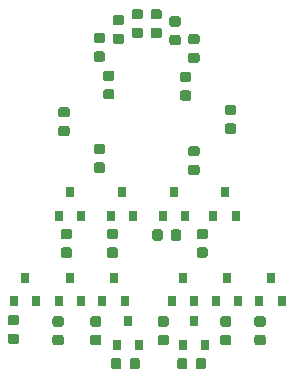
<source format=gbr>
G04 #@! TF.GenerationSoftware,KiCad,Pcbnew,(5.1.2-1)-1*
G04 #@! TF.CreationDate,2021-04-17T11:50:00+08:00*
G04 #@! TF.ProjectId,Nixie,4e697869-652e-46b6-9963-61645f706362,rev?*
G04 #@! TF.SameCoordinates,Original*
G04 #@! TF.FileFunction,Paste,Top*
G04 #@! TF.FilePolarity,Positive*
%FSLAX46Y46*%
G04 Gerber Fmt 4.6, Leading zero omitted, Abs format (unit mm)*
G04 Created by KiCad (PCBNEW (5.1.2-1)-1) date 2021-04-17 11:50:00*
%MOMM*%
%LPD*%
G04 APERTURE LIST*
%ADD10R,0.800000X0.900000*%
%ADD11C,0.100000*%
%ADD12C,0.875000*%
G04 APERTURE END LIST*
D10*
X152850000Y-107400000D03*
X154750000Y-107400000D03*
X153800000Y-105400000D03*
X169950000Y-107400000D03*
X171850000Y-107400000D03*
X170900000Y-105400000D03*
X166250000Y-107400000D03*
X168150000Y-107400000D03*
X167200000Y-105400000D03*
X161050000Y-100200000D03*
X162950000Y-100200000D03*
X162000000Y-98200000D03*
X157600000Y-98200000D03*
X158550000Y-100200000D03*
X156650000Y-100200000D03*
X162500000Y-109100000D03*
X163450000Y-111100000D03*
X161550000Y-111100000D03*
X174600000Y-105400000D03*
X175550000Y-107400000D03*
X173650000Y-107400000D03*
X170700000Y-98200000D03*
X171650000Y-100200000D03*
X169750000Y-100200000D03*
X166400000Y-98200000D03*
X167350000Y-100200000D03*
X165450000Y-100200000D03*
X161300000Y-105400000D03*
X162250000Y-107400000D03*
X160350000Y-107400000D03*
X156650000Y-107400000D03*
X158550000Y-107400000D03*
X157600000Y-105400000D03*
X167150000Y-111100000D03*
X169050000Y-111100000D03*
X168100000Y-109100000D03*
D11*
G36*
X153077691Y-110151053D02*
G01*
X153098926Y-110154203D01*
X153119750Y-110159419D01*
X153139962Y-110166651D01*
X153159368Y-110175830D01*
X153177781Y-110186866D01*
X153195024Y-110199654D01*
X153210930Y-110214070D01*
X153225346Y-110229976D01*
X153238134Y-110247219D01*
X153249170Y-110265632D01*
X153258349Y-110285038D01*
X153265581Y-110305250D01*
X153270797Y-110326074D01*
X153273947Y-110347309D01*
X153275000Y-110368750D01*
X153275000Y-110806250D01*
X153273947Y-110827691D01*
X153270797Y-110848926D01*
X153265581Y-110869750D01*
X153258349Y-110889962D01*
X153249170Y-110909368D01*
X153238134Y-110927781D01*
X153225346Y-110945024D01*
X153210930Y-110960930D01*
X153195024Y-110975346D01*
X153177781Y-110988134D01*
X153159368Y-110999170D01*
X153139962Y-111008349D01*
X153119750Y-111015581D01*
X153098926Y-111020797D01*
X153077691Y-111023947D01*
X153056250Y-111025000D01*
X152543750Y-111025000D01*
X152522309Y-111023947D01*
X152501074Y-111020797D01*
X152480250Y-111015581D01*
X152460038Y-111008349D01*
X152440632Y-110999170D01*
X152422219Y-110988134D01*
X152404976Y-110975346D01*
X152389070Y-110960930D01*
X152374654Y-110945024D01*
X152361866Y-110927781D01*
X152350830Y-110909368D01*
X152341651Y-110889962D01*
X152334419Y-110869750D01*
X152329203Y-110848926D01*
X152326053Y-110827691D01*
X152325000Y-110806250D01*
X152325000Y-110368750D01*
X152326053Y-110347309D01*
X152329203Y-110326074D01*
X152334419Y-110305250D01*
X152341651Y-110285038D01*
X152350830Y-110265632D01*
X152361866Y-110247219D01*
X152374654Y-110229976D01*
X152389070Y-110214070D01*
X152404976Y-110199654D01*
X152422219Y-110186866D01*
X152440632Y-110175830D01*
X152460038Y-110166651D01*
X152480250Y-110159419D01*
X152501074Y-110154203D01*
X152522309Y-110151053D01*
X152543750Y-110150000D01*
X153056250Y-110150000D01*
X153077691Y-110151053D01*
X153077691Y-110151053D01*
G37*
D12*
X152800000Y-110587500D03*
D11*
G36*
X153077691Y-108576053D02*
G01*
X153098926Y-108579203D01*
X153119750Y-108584419D01*
X153139962Y-108591651D01*
X153159368Y-108600830D01*
X153177781Y-108611866D01*
X153195024Y-108624654D01*
X153210930Y-108639070D01*
X153225346Y-108654976D01*
X153238134Y-108672219D01*
X153249170Y-108690632D01*
X153258349Y-108710038D01*
X153265581Y-108730250D01*
X153270797Y-108751074D01*
X153273947Y-108772309D01*
X153275000Y-108793750D01*
X153275000Y-109231250D01*
X153273947Y-109252691D01*
X153270797Y-109273926D01*
X153265581Y-109294750D01*
X153258349Y-109314962D01*
X153249170Y-109334368D01*
X153238134Y-109352781D01*
X153225346Y-109370024D01*
X153210930Y-109385930D01*
X153195024Y-109400346D01*
X153177781Y-109413134D01*
X153159368Y-109424170D01*
X153139962Y-109433349D01*
X153119750Y-109440581D01*
X153098926Y-109445797D01*
X153077691Y-109448947D01*
X153056250Y-109450000D01*
X152543750Y-109450000D01*
X152522309Y-109448947D01*
X152501074Y-109445797D01*
X152480250Y-109440581D01*
X152460038Y-109433349D01*
X152440632Y-109424170D01*
X152422219Y-109413134D01*
X152404976Y-109400346D01*
X152389070Y-109385930D01*
X152374654Y-109370024D01*
X152361866Y-109352781D01*
X152350830Y-109334368D01*
X152341651Y-109314962D01*
X152334419Y-109294750D01*
X152329203Y-109273926D01*
X152326053Y-109252691D01*
X152325000Y-109231250D01*
X152325000Y-108793750D01*
X152326053Y-108772309D01*
X152329203Y-108751074D01*
X152334419Y-108730250D01*
X152341651Y-108710038D01*
X152350830Y-108690632D01*
X152361866Y-108672219D01*
X152374654Y-108654976D01*
X152389070Y-108639070D01*
X152404976Y-108624654D01*
X152422219Y-108611866D01*
X152440632Y-108600830D01*
X152460038Y-108591651D01*
X152480250Y-108584419D01*
X152501074Y-108579203D01*
X152522309Y-108576053D01*
X152543750Y-108575000D01*
X153056250Y-108575000D01*
X153077691Y-108576053D01*
X153077691Y-108576053D01*
G37*
D12*
X152800000Y-109012500D03*
D11*
G36*
X171077691Y-110251053D02*
G01*
X171098926Y-110254203D01*
X171119750Y-110259419D01*
X171139962Y-110266651D01*
X171159368Y-110275830D01*
X171177781Y-110286866D01*
X171195024Y-110299654D01*
X171210930Y-110314070D01*
X171225346Y-110329976D01*
X171238134Y-110347219D01*
X171249170Y-110365632D01*
X171258349Y-110385038D01*
X171265581Y-110405250D01*
X171270797Y-110426074D01*
X171273947Y-110447309D01*
X171275000Y-110468750D01*
X171275000Y-110906250D01*
X171273947Y-110927691D01*
X171270797Y-110948926D01*
X171265581Y-110969750D01*
X171258349Y-110989962D01*
X171249170Y-111009368D01*
X171238134Y-111027781D01*
X171225346Y-111045024D01*
X171210930Y-111060930D01*
X171195024Y-111075346D01*
X171177781Y-111088134D01*
X171159368Y-111099170D01*
X171139962Y-111108349D01*
X171119750Y-111115581D01*
X171098926Y-111120797D01*
X171077691Y-111123947D01*
X171056250Y-111125000D01*
X170543750Y-111125000D01*
X170522309Y-111123947D01*
X170501074Y-111120797D01*
X170480250Y-111115581D01*
X170460038Y-111108349D01*
X170440632Y-111099170D01*
X170422219Y-111088134D01*
X170404976Y-111075346D01*
X170389070Y-111060930D01*
X170374654Y-111045024D01*
X170361866Y-111027781D01*
X170350830Y-111009368D01*
X170341651Y-110989962D01*
X170334419Y-110969750D01*
X170329203Y-110948926D01*
X170326053Y-110927691D01*
X170325000Y-110906250D01*
X170325000Y-110468750D01*
X170326053Y-110447309D01*
X170329203Y-110426074D01*
X170334419Y-110405250D01*
X170341651Y-110385038D01*
X170350830Y-110365632D01*
X170361866Y-110347219D01*
X170374654Y-110329976D01*
X170389070Y-110314070D01*
X170404976Y-110299654D01*
X170422219Y-110286866D01*
X170440632Y-110275830D01*
X170460038Y-110266651D01*
X170480250Y-110259419D01*
X170501074Y-110254203D01*
X170522309Y-110251053D01*
X170543750Y-110250000D01*
X171056250Y-110250000D01*
X171077691Y-110251053D01*
X171077691Y-110251053D01*
G37*
D12*
X170800000Y-110687500D03*
D11*
G36*
X171077691Y-108676053D02*
G01*
X171098926Y-108679203D01*
X171119750Y-108684419D01*
X171139962Y-108691651D01*
X171159368Y-108700830D01*
X171177781Y-108711866D01*
X171195024Y-108724654D01*
X171210930Y-108739070D01*
X171225346Y-108754976D01*
X171238134Y-108772219D01*
X171249170Y-108790632D01*
X171258349Y-108810038D01*
X171265581Y-108830250D01*
X171270797Y-108851074D01*
X171273947Y-108872309D01*
X171275000Y-108893750D01*
X171275000Y-109331250D01*
X171273947Y-109352691D01*
X171270797Y-109373926D01*
X171265581Y-109394750D01*
X171258349Y-109414962D01*
X171249170Y-109434368D01*
X171238134Y-109452781D01*
X171225346Y-109470024D01*
X171210930Y-109485930D01*
X171195024Y-109500346D01*
X171177781Y-109513134D01*
X171159368Y-109524170D01*
X171139962Y-109533349D01*
X171119750Y-109540581D01*
X171098926Y-109545797D01*
X171077691Y-109548947D01*
X171056250Y-109550000D01*
X170543750Y-109550000D01*
X170522309Y-109548947D01*
X170501074Y-109545797D01*
X170480250Y-109540581D01*
X170460038Y-109533349D01*
X170440632Y-109524170D01*
X170422219Y-109513134D01*
X170404976Y-109500346D01*
X170389070Y-109485930D01*
X170374654Y-109470024D01*
X170361866Y-109452781D01*
X170350830Y-109434368D01*
X170341651Y-109414962D01*
X170334419Y-109394750D01*
X170329203Y-109373926D01*
X170326053Y-109352691D01*
X170325000Y-109331250D01*
X170325000Y-108893750D01*
X170326053Y-108872309D01*
X170329203Y-108851074D01*
X170334419Y-108830250D01*
X170341651Y-108810038D01*
X170350830Y-108790632D01*
X170361866Y-108772219D01*
X170374654Y-108754976D01*
X170389070Y-108739070D01*
X170404976Y-108724654D01*
X170422219Y-108711866D01*
X170440632Y-108700830D01*
X170460038Y-108691651D01*
X170480250Y-108684419D01*
X170501074Y-108679203D01*
X170522309Y-108676053D01*
X170543750Y-108675000D01*
X171056250Y-108675000D01*
X171077691Y-108676053D01*
X171077691Y-108676053D01*
G37*
D12*
X170800000Y-109112500D03*
D11*
G36*
X165777691Y-110251053D02*
G01*
X165798926Y-110254203D01*
X165819750Y-110259419D01*
X165839962Y-110266651D01*
X165859368Y-110275830D01*
X165877781Y-110286866D01*
X165895024Y-110299654D01*
X165910930Y-110314070D01*
X165925346Y-110329976D01*
X165938134Y-110347219D01*
X165949170Y-110365632D01*
X165958349Y-110385038D01*
X165965581Y-110405250D01*
X165970797Y-110426074D01*
X165973947Y-110447309D01*
X165975000Y-110468750D01*
X165975000Y-110906250D01*
X165973947Y-110927691D01*
X165970797Y-110948926D01*
X165965581Y-110969750D01*
X165958349Y-110989962D01*
X165949170Y-111009368D01*
X165938134Y-111027781D01*
X165925346Y-111045024D01*
X165910930Y-111060930D01*
X165895024Y-111075346D01*
X165877781Y-111088134D01*
X165859368Y-111099170D01*
X165839962Y-111108349D01*
X165819750Y-111115581D01*
X165798926Y-111120797D01*
X165777691Y-111123947D01*
X165756250Y-111125000D01*
X165243750Y-111125000D01*
X165222309Y-111123947D01*
X165201074Y-111120797D01*
X165180250Y-111115581D01*
X165160038Y-111108349D01*
X165140632Y-111099170D01*
X165122219Y-111088134D01*
X165104976Y-111075346D01*
X165089070Y-111060930D01*
X165074654Y-111045024D01*
X165061866Y-111027781D01*
X165050830Y-111009368D01*
X165041651Y-110989962D01*
X165034419Y-110969750D01*
X165029203Y-110948926D01*
X165026053Y-110927691D01*
X165025000Y-110906250D01*
X165025000Y-110468750D01*
X165026053Y-110447309D01*
X165029203Y-110426074D01*
X165034419Y-110405250D01*
X165041651Y-110385038D01*
X165050830Y-110365632D01*
X165061866Y-110347219D01*
X165074654Y-110329976D01*
X165089070Y-110314070D01*
X165104976Y-110299654D01*
X165122219Y-110286866D01*
X165140632Y-110275830D01*
X165160038Y-110266651D01*
X165180250Y-110259419D01*
X165201074Y-110254203D01*
X165222309Y-110251053D01*
X165243750Y-110250000D01*
X165756250Y-110250000D01*
X165777691Y-110251053D01*
X165777691Y-110251053D01*
G37*
D12*
X165500000Y-110687500D03*
D11*
G36*
X165777691Y-108676053D02*
G01*
X165798926Y-108679203D01*
X165819750Y-108684419D01*
X165839962Y-108691651D01*
X165859368Y-108700830D01*
X165877781Y-108711866D01*
X165895024Y-108724654D01*
X165910930Y-108739070D01*
X165925346Y-108754976D01*
X165938134Y-108772219D01*
X165949170Y-108790632D01*
X165958349Y-108810038D01*
X165965581Y-108830250D01*
X165970797Y-108851074D01*
X165973947Y-108872309D01*
X165975000Y-108893750D01*
X165975000Y-109331250D01*
X165973947Y-109352691D01*
X165970797Y-109373926D01*
X165965581Y-109394750D01*
X165958349Y-109414962D01*
X165949170Y-109434368D01*
X165938134Y-109452781D01*
X165925346Y-109470024D01*
X165910930Y-109485930D01*
X165895024Y-109500346D01*
X165877781Y-109513134D01*
X165859368Y-109524170D01*
X165839962Y-109533349D01*
X165819750Y-109540581D01*
X165798926Y-109545797D01*
X165777691Y-109548947D01*
X165756250Y-109550000D01*
X165243750Y-109550000D01*
X165222309Y-109548947D01*
X165201074Y-109545797D01*
X165180250Y-109540581D01*
X165160038Y-109533349D01*
X165140632Y-109524170D01*
X165122219Y-109513134D01*
X165104976Y-109500346D01*
X165089070Y-109485930D01*
X165074654Y-109470024D01*
X165061866Y-109452781D01*
X165050830Y-109434368D01*
X165041651Y-109414962D01*
X165034419Y-109394750D01*
X165029203Y-109373926D01*
X165026053Y-109352691D01*
X165025000Y-109331250D01*
X165025000Y-108893750D01*
X165026053Y-108872309D01*
X165029203Y-108851074D01*
X165034419Y-108830250D01*
X165041651Y-108810038D01*
X165050830Y-108790632D01*
X165061866Y-108772219D01*
X165074654Y-108754976D01*
X165089070Y-108739070D01*
X165104976Y-108724654D01*
X165122219Y-108711866D01*
X165140632Y-108700830D01*
X165160038Y-108691651D01*
X165180250Y-108684419D01*
X165201074Y-108679203D01*
X165222309Y-108676053D01*
X165243750Y-108675000D01*
X165756250Y-108675000D01*
X165777691Y-108676053D01*
X165777691Y-108676053D01*
G37*
D12*
X165500000Y-109112500D03*
D11*
G36*
X161477691Y-102851053D02*
G01*
X161498926Y-102854203D01*
X161519750Y-102859419D01*
X161539962Y-102866651D01*
X161559368Y-102875830D01*
X161577781Y-102886866D01*
X161595024Y-102899654D01*
X161610930Y-102914070D01*
X161625346Y-102929976D01*
X161638134Y-102947219D01*
X161649170Y-102965632D01*
X161658349Y-102985038D01*
X161665581Y-103005250D01*
X161670797Y-103026074D01*
X161673947Y-103047309D01*
X161675000Y-103068750D01*
X161675000Y-103506250D01*
X161673947Y-103527691D01*
X161670797Y-103548926D01*
X161665581Y-103569750D01*
X161658349Y-103589962D01*
X161649170Y-103609368D01*
X161638134Y-103627781D01*
X161625346Y-103645024D01*
X161610930Y-103660930D01*
X161595024Y-103675346D01*
X161577781Y-103688134D01*
X161559368Y-103699170D01*
X161539962Y-103708349D01*
X161519750Y-103715581D01*
X161498926Y-103720797D01*
X161477691Y-103723947D01*
X161456250Y-103725000D01*
X160943750Y-103725000D01*
X160922309Y-103723947D01*
X160901074Y-103720797D01*
X160880250Y-103715581D01*
X160860038Y-103708349D01*
X160840632Y-103699170D01*
X160822219Y-103688134D01*
X160804976Y-103675346D01*
X160789070Y-103660930D01*
X160774654Y-103645024D01*
X160761866Y-103627781D01*
X160750830Y-103609368D01*
X160741651Y-103589962D01*
X160734419Y-103569750D01*
X160729203Y-103548926D01*
X160726053Y-103527691D01*
X160725000Y-103506250D01*
X160725000Y-103068750D01*
X160726053Y-103047309D01*
X160729203Y-103026074D01*
X160734419Y-103005250D01*
X160741651Y-102985038D01*
X160750830Y-102965632D01*
X160761866Y-102947219D01*
X160774654Y-102929976D01*
X160789070Y-102914070D01*
X160804976Y-102899654D01*
X160822219Y-102886866D01*
X160840632Y-102875830D01*
X160860038Y-102866651D01*
X160880250Y-102859419D01*
X160901074Y-102854203D01*
X160922309Y-102851053D01*
X160943750Y-102850000D01*
X161456250Y-102850000D01*
X161477691Y-102851053D01*
X161477691Y-102851053D01*
G37*
D12*
X161200000Y-103287500D03*
D11*
G36*
X161477691Y-101276053D02*
G01*
X161498926Y-101279203D01*
X161519750Y-101284419D01*
X161539962Y-101291651D01*
X161559368Y-101300830D01*
X161577781Y-101311866D01*
X161595024Y-101324654D01*
X161610930Y-101339070D01*
X161625346Y-101354976D01*
X161638134Y-101372219D01*
X161649170Y-101390632D01*
X161658349Y-101410038D01*
X161665581Y-101430250D01*
X161670797Y-101451074D01*
X161673947Y-101472309D01*
X161675000Y-101493750D01*
X161675000Y-101931250D01*
X161673947Y-101952691D01*
X161670797Y-101973926D01*
X161665581Y-101994750D01*
X161658349Y-102014962D01*
X161649170Y-102034368D01*
X161638134Y-102052781D01*
X161625346Y-102070024D01*
X161610930Y-102085930D01*
X161595024Y-102100346D01*
X161577781Y-102113134D01*
X161559368Y-102124170D01*
X161539962Y-102133349D01*
X161519750Y-102140581D01*
X161498926Y-102145797D01*
X161477691Y-102148947D01*
X161456250Y-102150000D01*
X160943750Y-102150000D01*
X160922309Y-102148947D01*
X160901074Y-102145797D01*
X160880250Y-102140581D01*
X160860038Y-102133349D01*
X160840632Y-102124170D01*
X160822219Y-102113134D01*
X160804976Y-102100346D01*
X160789070Y-102085930D01*
X160774654Y-102070024D01*
X160761866Y-102052781D01*
X160750830Y-102034368D01*
X160741651Y-102014962D01*
X160734419Y-101994750D01*
X160729203Y-101973926D01*
X160726053Y-101952691D01*
X160725000Y-101931250D01*
X160725000Y-101493750D01*
X160726053Y-101472309D01*
X160729203Y-101451074D01*
X160734419Y-101430250D01*
X160741651Y-101410038D01*
X160750830Y-101390632D01*
X160761866Y-101372219D01*
X160774654Y-101354976D01*
X160789070Y-101339070D01*
X160804976Y-101324654D01*
X160822219Y-101311866D01*
X160840632Y-101300830D01*
X160860038Y-101291651D01*
X160880250Y-101284419D01*
X160901074Y-101279203D01*
X160922309Y-101276053D01*
X160943750Y-101275000D01*
X161456250Y-101275000D01*
X161477691Y-101276053D01*
X161477691Y-101276053D01*
G37*
D12*
X161200000Y-101712500D03*
D11*
G36*
X157577691Y-102851053D02*
G01*
X157598926Y-102854203D01*
X157619750Y-102859419D01*
X157639962Y-102866651D01*
X157659368Y-102875830D01*
X157677781Y-102886866D01*
X157695024Y-102899654D01*
X157710930Y-102914070D01*
X157725346Y-102929976D01*
X157738134Y-102947219D01*
X157749170Y-102965632D01*
X157758349Y-102985038D01*
X157765581Y-103005250D01*
X157770797Y-103026074D01*
X157773947Y-103047309D01*
X157775000Y-103068750D01*
X157775000Y-103506250D01*
X157773947Y-103527691D01*
X157770797Y-103548926D01*
X157765581Y-103569750D01*
X157758349Y-103589962D01*
X157749170Y-103609368D01*
X157738134Y-103627781D01*
X157725346Y-103645024D01*
X157710930Y-103660930D01*
X157695024Y-103675346D01*
X157677781Y-103688134D01*
X157659368Y-103699170D01*
X157639962Y-103708349D01*
X157619750Y-103715581D01*
X157598926Y-103720797D01*
X157577691Y-103723947D01*
X157556250Y-103725000D01*
X157043750Y-103725000D01*
X157022309Y-103723947D01*
X157001074Y-103720797D01*
X156980250Y-103715581D01*
X156960038Y-103708349D01*
X156940632Y-103699170D01*
X156922219Y-103688134D01*
X156904976Y-103675346D01*
X156889070Y-103660930D01*
X156874654Y-103645024D01*
X156861866Y-103627781D01*
X156850830Y-103609368D01*
X156841651Y-103589962D01*
X156834419Y-103569750D01*
X156829203Y-103548926D01*
X156826053Y-103527691D01*
X156825000Y-103506250D01*
X156825000Y-103068750D01*
X156826053Y-103047309D01*
X156829203Y-103026074D01*
X156834419Y-103005250D01*
X156841651Y-102985038D01*
X156850830Y-102965632D01*
X156861866Y-102947219D01*
X156874654Y-102929976D01*
X156889070Y-102914070D01*
X156904976Y-102899654D01*
X156922219Y-102886866D01*
X156940632Y-102875830D01*
X156960038Y-102866651D01*
X156980250Y-102859419D01*
X157001074Y-102854203D01*
X157022309Y-102851053D01*
X157043750Y-102850000D01*
X157556250Y-102850000D01*
X157577691Y-102851053D01*
X157577691Y-102851053D01*
G37*
D12*
X157300000Y-103287500D03*
D11*
G36*
X157577691Y-101276053D02*
G01*
X157598926Y-101279203D01*
X157619750Y-101284419D01*
X157639962Y-101291651D01*
X157659368Y-101300830D01*
X157677781Y-101311866D01*
X157695024Y-101324654D01*
X157710930Y-101339070D01*
X157725346Y-101354976D01*
X157738134Y-101372219D01*
X157749170Y-101390632D01*
X157758349Y-101410038D01*
X157765581Y-101430250D01*
X157770797Y-101451074D01*
X157773947Y-101472309D01*
X157775000Y-101493750D01*
X157775000Y-101931250D01*
X157773947Y-101952691D01*
X157770797Y-101973926D01*
X157765581Y-101994750D01*
X157758349Y-102014962D01*
X157749170Y-102034368D01*
X157738134Y-102052781D01*
X157725346Y-102070024D01*
X157710930Y-102085930D01*
X157695024Y-102100346D01*
X157677781Y-102113134D01*
X157659368Y-102124170D01*
X157639962Y-102133349D01*
X157619750Y-102140581D01*
X157598926Y-102145797D01*
X157577691Y-102148947D01*
X157556250Y-102150000D01*
X157043750Y-102150000D01*
X157022309Y-102148947D01*
X157001074Y-102145797D01*
X156980250Y-102140581D01*
X156960038Y-102133349D01*
X156940632Y-102124170D01*
X156922219Y-102113134D01*
X156904976Y-102100346D01*
X156889070Y-102085930D01*
X156874654Y-102070024D01*
X156861866Y-102052781D01*
X156850830Y-102034368D01*
X156841651Y-102014962D01*
X156834419Y-101994750D01*
X156829203Y-101973926D01*
X156826053Y-101952691D01*
X156825000Y-101931250D01*
X156825000Y-101493750D01*
X156826053Y-101472309D01*
X156829203Y-101451074D01*
X156834419Y-101430250D01*
X156841651Y-101410038D01*
X156850830Y-101390632D01*
X156861866Y-101372219D01*
X156874654Y-101354976D01*
X156889070Y-101339070D01*
X156904976Y-101324654D01*
X156922219Y-101311866D01*
X156940632Y-101300830D01*
X156960038Y-101291651D01*
X156980250Y-101284419D01*
X157001074Y-101279203D01*
X157022309Y-101276053D01*
X157043750Y-101275000D01*
X157556250Y-101275000D01*
X157577691Y-101276053D01*
X157577691Y-101276053D01*
G37*
D12*
X157300000Y-101712500D03*
D11*
G36*
X163327691Y-112226053D02*
G01*
X163348926Y-112229203D01*
X163369750Y-112234419D01*
X163389962Y-112241651D01*
X163409368Y-112250830D01*
X163427781Y-112261866D01*
X163445024Y-112274654D01*
X163460930Y-112289070D01*
X163475346Y-112304976D01*
X163488134Y-112322219D01*
X163499170Y-112340632D01*
X163508349Y-112360038D01*
X163515581Y-112380250D01*
X163520797Y-112401074D01*
X163523947Y-112422309D01*
X163525000Y-112443750D01*
X163525000Y-112956250D01*
X163523947Y-112977691D01*
X163520797Y-112998926D01*
X163515581Y-113019750D01*
X163508349Y-113039962D01*
X163499170Y-113059368D01*
X163488134Y-113077781D01*
X163475346Y-113095024D01*
X163460930Y-113110930D01*
X163445024Y-113125346D01*
X163427781Y-113138134D01*
X163409368Y-113149170D01*
X163389962Y-113158349D01*
X163369750Y-113165581D01*
X163348926Y-113170797D01*
X163327691Y-113173947D01*
X163306250Y-113175000D01*
X162868750Y-113175000D01*
X162847309Y-113173947D01*
X162826074Y-113170797D01*
X162805250Y-113165581D01*
X162785038Y-113158349D01*
X162765632Y-113149170D01*
X162747219Y-113138134D01*
X162729976Y-113125346D01*
X162714070Y-113110930D01*
X162699654Y-113095024D01*
X162686866Y-113077781D01*
X162675830Y-113059368D01*
X162666651Y-113039962D01*
X162659419Y-113019750D01*
X162654203Y-112998926D01*
X162651053Y-112977691D01*
X162650000Y-112956250D01*
X162650000Y-112443750D01*
X162651053Y-112422309D01*
X162654203Y-112401074D01*
X162659419Y-112380250D01*
X162666651Y-112360038D01*
X162675830Y-112340632D01*
X162686866Y-112322219D01*
X162699654Y-112304976D01*
X162714070Y-112289070D01*
X162729976Y-112274654D01*
X162747219Y-112261866D01*
X162765632Y-112250830D01*
X162785038Y-112241651D01*
X162805250Y-112234419D01*
X162826074Y-112229203D01*
X162847309Y-112226053D01*
X162868750Y-112225000D01*
X163306250Y-112225000D01*
X163327691Y-112226053D01*
X163327691Y-112226053D01*
G37*
D12*
X163087500Y-112700000D03*
D11*
G36*
X161752691Y-112226053D02*
G01*
X161773926Y-112229203D01*
X161794750Y-112234419D01*
X161814962Y-112241651D01*
X161834368Y-112250830D01*
X161852781Y-112261866D01*
X161870024Y-112274654D01*
X161885930Y-112289070D01*
X161900346Y-112304976D01*
X161913134Y-112322219D01*
X161924170Y-112340632D01*
X161933349Y-112360038D01*
X161940581Y-112380250D01*
X161945797Y-112401074D01*
X161948947Y-112422309D01*
X161950000Y-112443750D01*
X161950000Y-112956250D01*
X161948947Y-112977691D01*
X161945797Y-112998926D01*
X161940581Y-113019750D01*
X161933349Y-113039962D01*
X161924170Y-113059368D01*
X161913134Y-113077781D01*
X161900346Y-113095024D01*
X161885930Y-113110930D01*
X161870024Y-113125346D01*
X161852781Y-113138134D01*
X161834368Y-113149170D01*
X161814962Y-113158349D01*
X161794750Y-113165581D01*
X161773926Y-113170797D01*
X161752691Y-113173947D01*
X161731250Y-113175000D01*
X161293750Y-113175000D01*
X161272309Y-113173947D01*
X161251074Y-113170797D01*
X161230250Y-113165581D01*
X161210038Y-113158349D01*
X161190632Y-113149170D01*
X161172219Y-113138134D01*
X161154976Y-113125346D01*
X161139070Y-113110930D01*
X161124654Y-113095024D01*
X161111866Y-113077781D01*
X161100830Y-113059368D01*
X161091651Y-113039962D01*
X161084419Y-113019750D01*
X161079203Y-112998926D01*
X161076053Y-112977691D01*
X161075000Y-112956250D01*
X161075000Y-112443750D01*
X161076053Y-112422309D01*
X161079203Y-112401074D01*
X161084419Y-112380250D01*
X161091651Y-112360038D01*
X161100830Y-112340632D01*
X161111866Y-112322219D01*
X161124654Y-112304976D01*
X161139070Y-112289070D01*
X161154976Y-112274654D01*
X161172219Y-112261866D01*
X161190632Y-112250830D01*
X161210038Y-112241651D01*
X161230250Y-112234419D01*
X161251074Y-112229203D01*
X161272309Y-112226053D01*
X161293750Y-112225000D01*
X161731250Y-112225000D01*
X161752691Y-112226053D01*
X161752691Y-112226053D01*
G37*
D12*
X161512500Y-112700000D03*
D11*
G36*
X173977691Y-108676053D02*
G01*
X173998926Y-108679203D01*
X174019750Y-108684419D01*
X174039962Y-108691651D01*
X174059368Y-108700830D01*
X174077781Y-108711866D01*
X174095024Y-108724654D01*
X174110930Y-108739070D01*
X174125346Y-108754976D01*
X174138134Y-108772219D01*
X174149170Y-108790632D01*
X174158349Y-108810038D01*
X174165581Y-108830250D01*
X174170797Y-108851074D01*
X174173947Y-108872309D01*
X174175000Y-108893750D01*
X174175000Y-109331250D01*
X174173947Y-109352691D01*
X174170797Y-109373926D01*
X174165581Y-109394750D01*
X174158349Y-109414962D01*
X174149170Y-109434368D01*
X174138134Y-109452781D01*
X174125346Y-109470024D01*
X174110930Y-109485930D01*
X174095024Y-109500346D01*
X174077781Y-109513134D01*
X174059368Y-109524170D01*
X174039962Y-109533349D01*
X174019750Y-109540581D01*
X173998926Y-109545797D01*
X173977691Y-109548947D01*
X173956250Y-109550000D01*
X173443750Y-109550000D01*
X173422309Y-109548947D01*
X173401074Y-109545797D01*
X173380250Y-109540581D01*
X173360038Y-109533349D01*
X173340632Y-109524170D01*
X173322219Y-109513134D01*
X173304976Y-109500346D01*
X173289070Y-109485930D01*
X173274654Y-109470024D01*
X173261866Y-109452781D01*
X173250830Y-109434368D01*
X173241651Y-109414962D01*
X173234419Y-109394750D01*
X173229203Y-109373926D01*
X173226053Y-109352691D01*
X173225000Y-109331250D01*
X173225000Y-108893750D01*
X173226053Y-108872309D01*
X173229203Y-108851074D01*
X173234419Y-108830250D01*
X173241651Y-108810038D01*
X173250830Y-108790632D01*
X173261866Y-108772219D01*
X173274654Y-108754976D01*
X173289070Y-108739070D01*
X173304976Y-108724654D01*
X173322219Y-108711866D01*
X173340632Y-108700830D01*
X173360038Y-108691651D01*
X173380250Y-108684419D01*
X173401074Y-108679203D01*
X173422309Y-108676053D01*
X173443750Y-108675000D01*
X173956250Y-108675000D01*
X173977691Y-108676053D01*
X173977691Y-108676053D01*
G37*
D12*
X173700000Y-109112500D03*
D11*
G36*
X173977691Y-110251053D02*
G01*
X173998926Y-110254203D01*
X174019750Y-110259419D01*
X174039962Y-110266651D01*
X174059368Y-110275830D01*
X174077781Y-110286866D01*
X174095024Y-110299654D01*
X174110930Y-110314070D01*
X174125346Y-110329976D01*
X174138134Y-110347219D01*
X174149170Y-110365632D01*
X174158349Y-110385038D01*
X174165581Y-110405250D01*
X174170797Y-110426074D01*
X174173947Y-110447309D01*
X174175000Y-110468750D01*
X174175000Y-110906250D01*
X174173947Y-110927691D01*
X174170797Y-110948926D01*
X174165581Y-110969750D01*
X174158349Y-110989962D01*
X174149170Y-111009368D01*
X174138134Y-111027781D01*
X174125346Y-111045024D01*
X174110930Y-111060930D01*
X174095024Y-111075346D01*
X174077781Y-111088134D01*
X174059368Y-111099170D01*
X174039962Y-111108349D01*
X174019750Y-111115581D01*
X173998926Y-111120797D01*
X173977691Y-111123947D01*
X173956250Y-111125000D01*
X173443750Y-111125000D01*
X173422309Y-111123947D01*
X173401074Y-111120797D01*
X173380250Y-111115581D01*
X173360038Y-111108349D01*
X173340632Y-111099170D01*
X173322219Y-111088134D01*
X173304976Y-111075346D01*
X173289070Y-111060930D01*
X173274654Y-111045024D01*
X173261866Y-111027781D01*
X173250830Y-111009368D01*
X173241651Y-110989962D01*
X173234419Y-110969750D01*
X173229203Y-110948926D01*
X173226053Y-110927691D01*
X173225000Y-110906250D01*
X173225000Y-110468750D01*
X173226053Y-110447309D01*
X173229203Y-110426074D01*
X173234419Y-110405250D01*
X173241651Y-110385038D01*
X173250830Y-110365632D01*
X173261866Y-110347219D01*
X173274654Y-110329976D01*
X173289070Y-110314070D01*
X173304976Y-110299654D01*
X173322219Y-110286866D01*
X173340632Y-110275830D01*
X173360038Y-110266651D01*
X173380250Y-110259419D01*
X173401074Y-110254203D01*
X173422309Y-110251053D01*
X173443750Y-110250000D01*
X173956250Y-110250000D01*
X173977691Y-110251053D01*
X173977691Y-110251053D01*
G37*
D12*
X173700000Y-110687500D03*
D11*
G36*
X169077691Y-102851053D02*
G01*
X169098926Y-102854203D01*
X169119750Y-102859419D01*
X169139962Y-102866651D01*
X169159368Y-102875830D01*
X169177781Y-102886866D01*
X169195024Y-102899654D01*
X169210930Y-102914070D01*
X169225346Y-102929976D01*
X169238134Y-102947219D01*
X169249170Y-102965632D01*
X169258349Y-102985038D01*
X169265581Y-103005250D01*
X169270797Y-103026074D01*
X169273947Y-103047309D01*
X169275000Y-103068750D01*
X169275000Y-103506250D01*
X169273947Y-103527691D01*
X169270797Y-103548926D01*
X169265581Y-103569750D01*
X169258349Y-103589962D01*
X169249170Y-103609368D01*
X169238134Y-103627781D01*
X169225346Y-103645024D01*
X169210930Y-103660930D01*
X169195024Y-103675346D01*
X169177781Y-103688134D01*
X169159368Y-103699170D01*
X169139962Y-103708349D01*
X169119750Y-103715581D01*
X169098926Y-103720797D01*
X169077691Y-103723947D01*
X169056250Y-103725000D01*
X168543750Y-103725000D01*
X168522309Y-103723947D01*
X168501074Y-103720797D01*
X168480250Y-103715581D01*
X168460038Y-103708349D01*
X168440632Y-103699170D01*
X168422219Y-103688134D01*
X168404976Y-103675346D01*
X168389070Y-103660930D01*
X168374654Y-103645024D01*
X168361866Y-103627781D01*
X168350830Y-103609368D01*
X168341651Y-103589962D01*
X168334419Y-103569750D01*
X168329203Y-103548926D01*
X168326053Y-103527691D01*
X168325000Y-103506250D01*
X168325000Y-103068750D01*
X168326053Y-103047309D01*
X168329203Y-103026074D01*
X168334419Y-103005250D01*
X168341651Y-102985038D01*
X168350830Y-102965632D01*
X168361866Y-102947219D01*
X168374654Y-102929976D01*
X168389070Y-102914070D01*
X168404976Y-102899654D01*
X168422219Y-102886866D01*
X168440632Y-102875830D01*
X168460038Y-102866651D01*
X168480250Y-102859419D01*
X168501074Y-102854203D01*
X168522309Y-102851053D01*
X168543750Y-102850000D01*
X169056250Y-102850000D01*
X169077691Y-102851053D01*
X169077691Y-102851053D01*
G37*
D12*
X168800000Y-103287500D03*
D11*
G36*
X169077691Y-101276053D02*
G01*
X169098926Y-101279203D01*
X169119750Y-101284419D01*
X169139962Y-101291651D01*
X169159368Y-101300830D01*
X169177781Y-101311866D01*
X169195024Y-101324654D01*
X169210930Y-101339070D01*
X169225346Y-101354976D01*
X169238134Y-101372219D01*
X169249170Y-101390632D01*
X169258349Y-101410038D01*
X169265581Y-101430250D01*
X169270797Y-101451074D01*
X169273947Y-101472309D01*
X169275000Y-101493750D01*
X169275000Y-101931250D01*
X169273947Y-101952691D01*
X169270797Y-101973926D01*
X169265581Y-101994750D01*
X169258349Y-102014962D01*
X169249170Y-102034368D01*
X169238134Y-102052781D01*
X169225346Y-102070024D01*
X169210930Y-102085930D01*
X169195024Y-102100346D01*
X169177781Y-102113134D01*
X169159368Y-102124170D01*
X169139962Y-102133349D01*
X169119750Y-102140581D01*
X169098926Y-102145797D01*
X169077691Y-102148947D01*
X169056250Y-102150000D01*
X168543750Y-102150000D01*
X168522309Y-102148947D01*
X168501074Y-102145797D01*
X168480250Y-102140581D01*
X168460038Y-102133349D01*
X168440632Y-102124170D01*
X168422219Y-102113134D01*
X168404976Y-102100346D01*
X168389070Y-102085930D01*
X168374654Y-102070024D01*
X168361866Y-102052781D01*
X168350830Y-102034368D01*
X168341651Y-102014962D01*
X168334419Y-101994750D01*
X168329203Y-101973926D01*
X168326053Y-101952691D01*
X168325000Y-101931250D01*
X168325000Y-101493750D01*
X168326053Y-101472309D01*
X168329203Y-101451074D01*
X168334419Y-101430250D01*
X168341651Y-101410038D01*
X168350830Y-101390632D01*
X168361866Y-101372219D01*
X168374654Y-101354976D01*
X168389070Y-101339070D01*
X168404976Y-101324654D01*
X168422219Y-101311866D01*
X168440632Y-101300830D01*
X168460038Y-101291651D01*
X168480250Y-101284419D01*
X168501074Y-101279203D01*
X168522309Y-101276053D01*
X168543750Y-101275000D01*
X169056250Y-101275000D01*
X169077691Y-101276053D01*
X169077691Y-101276053D01*
G37*
D12*
X168800000Y-101712500D03*
D11*
G36*
X166827691Y-101326053D02*
G01*
X166848926Y-101329203D01*
X166869750Y-101334419D01*
X166889962Y-101341651D01*
X166909368Y-101350830D01*
X166927781Y-101361866D01*
X166945024Y-101374654D01*
X166960930Y-101389070D01*
X166975346Y-101404976D01*
X166988134Y-101422219D01*
X166999170Y-101440632D01*
X167008349Y-101460038D01*
X167015581Y-101480250D01*
X167020797Y-101501074D01*
X167023947Y-101522309D01*
X167025000Y-101543750D01*
X167025000Y-102056250D01*
X167023947Y-102077691D01*
X167020797Y-102098926D01*
X167015581Y-102119750D01*
X167008349Y-102139962D01*
X166999170Y-102159368D01*
X166988134Y-102177781D01*
X166975346Y-102195024D01*
X166960930Y-102210930D01*
X166945024Y-102225346D01*
X166927781Y-102238134D01*
X166909368Y-102249170D01*
X166889962Y-102258349D01*
X166869750Y-102265581D01*
X166848926Y-102270797D01*
X166827691Y-102273947D01*
X166806250Y-102275000D01*
X166368750Y-102275000D01*
X166347309Y-102273947D01*
X166326074Y-102270797D01*
X166305250Y-102265581D01*
X166285038Y-102258349D01*
X166265632Y-102249170D01*
X166247219Y-102238134D01*
X166229976Y-102225346D01*
X166214070Y-102210930D01*
X166199654Y-102195024D01*
X166186866Y-102177781D01*
X166175830Y-102159368D01*
X166166651Y-102139962D01*
X166159419Y-102119750D01*
X166154203Y-102098926D01*
X166151053Y-102077691D01*
X166150000Y-102056250D01*
X166150000Y-101543750D01*
X166151053Y-101522309D01*
X166154203Y-101501074D01*
X166159419Y-101480250D01*
X166166651Y-101460038D01*
X166175830Y-101440632D01*
X166186866Y-101422219D01*
X166199654Y-101404976D01*
X166214070Y-101389070D01*
X166229976Y-101374654D01*
X166247219Y-101361866D01*
X166265632Y-101350830D01*
X166285038Y-101341651D01*
X166305250Y-101334419D01*
X166326074Y-101329203D01*
X166347309Y-101326053D01*
X166368750Y-101325000D01*
X166806250Y-101325000D01*
X166827691Y-101326053D01*
X166827691Y-101326053D01*
G37*
D12*
X166587500Y-101800000D03*
D11*
G36*
X165252691Y-101326053D02*
G01*
X165273926Y-101329203D01*
X165294750Y-101334419D01*
X165314962Y-101341651D01*
X165334368Y-101350830D01*
X165352781Y-101361866D01*
X165370024Y-101374654D01*
X165385930Y-101389070D01*
X165400346Y-101404976D01*
X165413134Y-101422219D01*
X165424170Y-101440632D01*
X165433349Y-101460038D01*
X165440581Y-101480250D01*
X165445797Y-101501074D01*
X165448947Y-101522309D01*
X165450000Y-101543750D01*
X165450000Y-102056250D01*
X165448947Y-102077691D01*
X165445797Y-102098926D01*
X165440581Y-102119750D01*
X165433349Y-102139962D01*
X165424170Y-102159368D01*
X165413134Y-102177781D01*
X165400346Y-102195024D01*
X165385930Y-102210930D01*
X165370024Y-102225346D01*
X165352781Y-102238134D01*
X165334368Y-102249170D01*
X165314962Y-102258349D01*
X165294750Y-102265581D01*
X165273926Y-102270797D01*
X165252691Y-102273947D01*
X165231250Y-102275000D01*
X164793750Y-102275000D01*
X164772309Y-102273947D01*
X164751074Y-102270797D01*
X164730250Y-102265581D01*
X164710038Y-102258349D01*
X164690632Y-102249170D01*
X164672219Y-102238134D01*
X164654976Y-102225346D01*
X164639070Y-102210930D01*
X164624654Y-102195024D01*
X164611866Y-102177781D01*
X164600830Y-102159368D01*
X164591651Y-102139962D01*
X164584419Y-102119750D01*
X164579203Y-102098926D01*
X164576053Y-102077691D01*
X164575000Y-102056250D01*
X164575000Y-101543750D01*
X164576053Y-101522309D01*
X164579203Y-101501074D01*
X164584419Y-101480250D01*
X164591651Y-101460038D01*
X164600830Y-101440632D01*
X164611866Y-101422219D01*
X164624654Y-101404976D01*
X164639070Y-101389070D01*
X164654976Y-101374654D01*
X164672219Y-101361866D01*
X164690632Y-101350830D01*
X164710038Y-101341651D01*
X164730250Y-101334419D01*
X164751074Y-101329203D01*
X164772309Y-101326053D01*
X164793750Y-101325000D01*
X165231250Y-101325000D01*
X165252691Y-101326053D01*
X165252691Y-101326053D01*
G37*
D12*
X165012500Y-101800000D03*
D11*
G36*
X160077691Y-110251053D02*
G01*
X160098926Y-110254203D01*
X160119750Y-110259419D01*
X160139962Y-110266651D01*
X160159368Y-110275830D01*
X160177781Y-110286866D01*
X160195024Y-110299654D01*
X160210930Y-110314070D01*
X160225346Y-110329976D01*
X160238134Y-110347219D01*
X160249170Y-110365632D01*
X160258349Y-110385038D01*
X160265581Y-110405250D01*
X160270797Y-110426074D01*
X160273947Y-110447309D01*
X160275000Y-110468750D01*
X160275000Y-110906250D01*
X160273947Y-110927691D01*
X160270797Y-110948926D01*
X160265581Y-110969750D01*
X160258349Y-110989962D01*
X160249170Y-111009368D01*
X160238134Y-111027781D01*
X160225346Y-111045024D01*
X160210930Y-111060930D01*
X160195024Y-111075346D01*
X160177781Y-111088134D01*
X160159368Y-111099170D01*
X160139962Y-111108349D01*
X160119750Y-111115581D01*
X160098926Y-111120797D01*
X160077691Y-111123947D01*
X160056250Y-111125000D01*
X159543750Y-111125000D01*
X159522309Y-111123947D01*
X159501074Y-111120797D01*
X159480250Y-111115581D01*
X159460038Y-111108349D01*
X159440632Y-111099170D01*
X159422219Y-111088134D01*
X159404976Y-111075346D01*
X159389070Y-111060930D01*
X159374654Y-111045024D01*
X159361866Y-111027781D01*
X159350830Y-111009368D01*
X159341651Y-110989962D01*
X159334419Y-110969750D01*
X159329203Y-110948926D01*
X159326053Y-110927691D01*
X159325000Y-110906250D01*
X159325000Y-110468750D01*
X159326053Y-110447309D01*
X159329203Y-110426074D01*
X159334419Y-110405250D01*
X159341651Y-110385038D01*
X159350830Y-110365632D01*
X159361866Y-110347219D01*
X159374654Y-110329976D01*
X159389070Y-110314070D01*
X159404976Y-110299654D01*
X159422219Y-110286866D01*
X159440632Y-110275830D01*
X159460038Y-110266651D01*
X159480250Y-110259419D01*
X159501074Y-110254203D01*
X159522309Y-110251053D01*
X159543750Y-110250000D01*
X160056250Y-110250000D01*
X160077691Y-110251053D01*
X160077691Y-110251053D01*
G37*
D12*
X159800000Y-110687500D03*
D11*
G36*
X160077691Y-108676053D02*
G01*
X160098926Y-108679203D01*
X160119750Y-108684419D01*
X160139962Y-108691651D01*
X160159368Y-108700830D01*
X160177781Y-108711866D01*
X160195024Y-108724654D01*
X160210930Y-108739070D01*
X160225346Y-108754976D01*
X160238134Y-108772219D01*
X160249170Y-108790632D01*
X160258349Y-108810038D01*
X160265581Y-108830250D01*
X160270797Y-108851074D01*
X160273947Y-108872309D01*
X160275000Y-108893750D01*
X160275000Y-109331250D01*
X160273947Y-109352691D01*
X160270797Y-109373926D01*
X160265581Y-109394750D01*
X160258349Y-109414962D01*
X160249170Y-109434368D01*
X160238134Y-109452781D01*
X160225346Y-109470024D01*
X160210930Y-109485930D01*
X160195024Y-109500346D01*
X160177781Y-109513134D01*
X160159368Y-109524170D01*
X160139962Y-109533349D01*
X160119750Y-109540581D01*
X160098926Y-109545797D01*
X160077691Y-109548947D01*
X160056250Y-109550000D01*
X159543750Y-109550000D01*
X159522309Y-109548947D01*
X159501074Y-109545797D01*
X159480250Y-109540581D01*
X159460038Y-109533349D01*
X159440632Y-109524170D01*
X159422219Y-109513134D01*
X159404976Y-109500346D01*
X159389070Y-109485930D01*
X159374654Y-109470024D01*
X159361866Y-109452781D01*
X159350830Y-109434368D01*
X159341651Y-109414962D01*
X159334419Y-109394750D01*
X159329203Y-109373926D01*
X159326053Y-109352691D01*
X159325000Y-109331250D01*
X159325000Y-108893750D01*
X159326053Y-108872309D01*
X159329203Y-108851074D01*
X159334419Y-108830250D01*
X159341651Y-108810038D01*
X159350830Y-108790632D01*
X159361866Y-108772219D01*
X159374654Y-108754976D01*
X159389070Y-108739070D01*
X159404976Y-108724654D01*
X159422219Y-108711866D01*
X159440632Y-108700830D01*
X159460038Y-108691651D01*
X159480250Y-108684419D01*
X159501074Y-108679203D01*
X159522309Y-108676053D01*
X159543750Y-108675000D01*
X160056250Y-108675000D01*
X160077691Y-108676053D01*
X160077691Y-108676053D01*
G37*
D12*
X159800000Y-109112500D03*
D11*
G36*
X156877691Y-110251053D02*
G01*
X156898926Y-110254203D01*
X156919750Y-110259419D01*
X156939962Y-110266651D01*
X156959368Y-110275830D01*
X156977781Y-110286866D01*
X156995024Y-110299654D01*
X157010930Y-110314070D01*
X157025346Y-110329976D01*
X157038134Y-110347219D01*
X157049170Y-110365632D01*
X157058349Y-110385038D01*
X157065581Y-110405250D01*
X157070797Y-110426074D01*
X157073947Y-110447309D01*
X157075000Y-110468750D01*
X157075000Y-110906250D01*
X157073947Y-110927691D01*
X157070797Y-110948926D01*
X157065581Y-110969750D01*
X157058349Y-110989962D01*
X157049170Y-111009368D01*
X157038134Y-111027781D01*
X157025346Y-111045024D01*
X157010930Y-111060930D01*
X156995024Y-111075346D01*
X156977781Y-111088134D01*
X156959368Y-111099170D01*
X156939962Y-111108349D01*
X156919750Y-111115581D01*
X156898926Y-111120797D01*
X156877691Y-111123947D01*
X156856250Y-111125000D01*
X156343750Y-111125000D01*
X156322309Y-111123947D01*
X156301074Y-111120797D01*
X156280250Y-111115581D01*
X156260038Y-111108349D01*
X156240632Y-111099170D01*
X156222219Y-111088134D01*
X156204976Y-111075346D01*
X156189070Y-111060930D01*
X156174654Y-111045024D01*
X156161866Y-111027781D01*
X156150830Y-111009368D01*
X156141651Y-110989962D01*
X156134419Y-110969750D01*
X156129203Y-110948926D01*
X156126053Y-110927691D01*
X156125000Y-110906250D01*
X156125000Y-110468750D01*
X156126053Y-110447309D01*
X156129203Y-110426074D01*
X156134419Y-110405250D01*
X156141651Y-110385038D01*
X156150830Y-110365632D01*
X156161866Y-110347219D01*
X156174654Y-110329976D01*
X156189070Y-110314070D01*
X156204976Y-110299654D01*
X156222219Y-110286866D01*
X156240632Y-110275830D01*
X156260038Y-110266651D01*
X156280250Y-110259419D01*
X156301074Y-110254203D01*
X156322309Y-110251053D01*
X156343750Y-110250000D01*
X156856250Y-110250000D01*
X156877691Y-110251053D01*
X156877691Y-110251053D01*
G37*
D12*
X156600000Y-110687500D03*
D11*
G36*
X156877691Y-108676053D02*
G01*
X156898926Y-108679203D01*
X156919750Y-108684419D01*
X156939962Y-108691651D01*
X156959368Y-108700830D01*
X156977781Y-108711866D01*
X156995024Y-108724654D01*
X157010930Y-108739070D01*
X157025346Y-108754976D01*
X157038134Y-108772219D01*
X157049170Y-108790632D01*
X157058349Y-108810038D01*
X157065581Y-108830250D01*
X157070797Y-108851074D01*
X157073947Y-108872309D01*
X157075000Y-108893750D01*
X157075000Y-109331250D01*
X157073947Y-109352691D01*
X157070797Y-109373926D01*
X157065581Y-109394750D01*
X157058349Y-109414962D01*
X157049170Y-109434368D01*
X157038134Y-109452781D01*
X157025346Y-109470024D01*
X157010930Y-109485930D01*
X156995024Y-109500346D01*
X156977781Y-109513134D01*
X156959368Y-109524170D01*
X156939962Y-109533349D01*
X156919750Y-109540581D01*
X156898926Y-109545797D01*
X156877691Y-109548947D01*
X156856250Y-109550000D01*
X156343750Y-109550000D01*
X156322309Y-109548947D01*
X156301074Y-109545797D01*
X156280250Y-109540581D01*
X156260038Y-109533349D01*
X156240632Y-109524170D01*
X156222219Y-109513134D01*
X156204976Y-109500346D01*
X156189070Y-109485930D01*
X156174654Y-109470024D01*
X156161866Y-109452781D01*
X156150830Y-109434368D01*
X156141651Y-109414962D01*
X156134419Y-109394750D01*
X156129203Y-109373926D01*
X156126053Y-109352691D01*
X156125000Y-109331250D01*
X156125000Y-108893750D01*
X156126053Y-108872309D01*
X156129203Y-108851074D01*
X156134419Y-108830250D01*
X156141651Y-108810038D01*
X156150830Y-108790632D01*
X156161866Y-108772219D01*
X156174654Y-108754976D01*
X156189070Y-108739070D01*
X156204976Y-108724654D01*
X156222219Y-108711866D01*
X156240632Y-108700830D01*
X156260038Y-108691651D01*
X156280250Y-108684419D01*
X156301074Y-108679203D01*
X156322309Y-108676053D01*
X156343750Y-108675000D01*
X156856250Y-108675000D01*
X156877691Y-108676053D01*
X156877691Y-108676053D01*
G37*
D12*
X156600000Y-109112500D03*
D11*
G36*
X167352691Y-112226053D02*
G01*
X167373926Y-112229203D01*
X167394750Y-112234419D01*
X167414962Y-112241651D01*
X167434368Y-112250830D01*
X167452781Y-112261866D01*
X167470024Y-112274654D01*
X167485930Y-112289070D01*
X167500346Y-112304976D01*
X167513134Y-112322219D01*
X167524170Y-112340632D01*
X167533349Y-112360038D01*
X167540581Y-112380250D01*
X167545797Y-112401074D01*
X167548947Y-112422309D01*
X167550000Y-112443750D01*
X167550000Y-112956250D01*
X167548947Y-112977691D01*
X167545797Y-112998926D01*
X167540581Y-113019750D01*
X167533349Y-113039962D01*
X167524170Y-113059368D01*
X167513134Y-113077781D01*
X167500346Y-113095024D01*
X167485930Y-113110930D01*
X167470024Y-113125346D01*
X167452781Y-113138134D01*
X167434368Y-113149170D01*
X167414962Y-113158349D01*
X167394750Y-113165581D01*
X167373926Y-113170797D01*
X167352691Y-113173947D01*
X167331250Y-113175000D01*
X166893750Y-113175000D01*
X166872309Y-113173947D01*
X166851074Y-113170797D01*
X166830250Y-113165581D01*
X166810038Y-113158349D01*
X166790632Y-113149170D01*
X166772219Y-113138134D01*
X166754976Y-113125346D01*
X166739070Y-113110930D01*
X166724654Y-113095024D01*
X166711866Y-113077781D01*
X166700830Y-113059368D01*
X166691651Y-113039962D01*
X166684419Y-113019750D01*
X166679203Y-112998926D01*
X166676053Y-112977691D01*
X166675000Y-112956250D01*
X166675000Y-112443750D01*
X166676053Y-112422309D01*
X166679203Y-112401074D01*
X166684419Y-112380250D01*
X166691651Y-112360038D01*
X166700830Y-112340632D01*
X166711866Y-112322219D01*
X166724654Y-112304976D01*
X166739070Y-112289070D01*
X166754976Y-112274654D01*
X166772219Y-112261866D01*
X166790632Y-112250830D01*
X166810038Y-112241651D01*
X166830250Y-112234419D01*
X166851074Y-112229203D01*
X166872309Y-112226053D01*
X166893750Y-112225000D01*
X167331250Y-112225000D01*
X167352691Y-112226053D01*
X167352691Y-112226053D01*
G37*
D12*
X167112500Y-112700000D03*
D11*
G36*
X168927691Y-112226053D02*
G01*
X168948926Y-112229203D01*
X168969750Y-112234419D01*
X168989962Y-112241651D01*
X169009368Y-112250830D01*
X169027781Y-112261866D01*
X169045024Y-112274654D01*
X169060930Y-112289070D01*
X169075346Y-112304976D01*
X169088134Y-112322219D01*
X169099170Y-112340632D01*
X169108349Y-112360038D01*
X169115581Y-112380250D01*
X169120797Y-112401074D01*
X169123947Y-112422309D01*
X169125000Y-112443750D01*
X169125000Y-112956250D01*
X169123947Y-112977691D01*
X169120797Y-112998926D01*
X169115581Y-113019750D01*
X169108349Y-113039962D01*
X169099170Y-113059368D01*
X169088134Y-113077781D01*
X169075346Y-113095024D01*
X169060930Y-113110930D01*
X169045024Y-113125346D01*
X169027781Y-113138134D01*
X169009368Y-113149170D01*
X168989962Y-113158349D01*
X168969750Y-113165581D01*
X168948926Y-113170797D01*
X168927691Y-113173947D01*
X168906250Y-113175000D01*
X168468750Y-113175000D01*
X168447309Y-113173947D01*
X168426074Y-113170797D01*
X168405250Y-113165581D01*
X168385038Y-113158349D01*
X168365632Y-113149170D01*
X168347219Y-113138134D01*
X168329976Y-113125346D01*
X168314070Y-113110930D01*
X168299654Y-113095024D01*
X168286866Y-113077781D01*
X168275830Y-113059368D01*
X168266651Y-113039962D01*
X168259419Y-113019750D01*
X168254203Y-112998926D01*
X168251053Y-112977691D01*
X168250000Y-112956250D01*
X168250000Y-112443750D01*
X168251053Y-112422309D01*
X168254203Y-112401074D01*
X168259419Y-112380250D01*
X168266651Y-112360038D01*
X168275830Y-112340632D01*
X168286866Y-112322219D01*
X168299654Y-112304976D01*
X168314070Y-112289070D01*
X168329976Y-112274654D01*
X168347219Y-112261866D01*
X168365632Y-112250830D01*
X168385038Y-112241651D01*
X168405250Y-112234419D01*
X168426074Y-112229203D01*
X168447309Y-112226053D01*
X168468750Y-112225000D01*
X168906250Y-112225000D01*
X168927691Y-112226053D01*
X168927691Y-112226053D01*
G37*
D12*
X168687500Y-112700000D03*
D11*
G36*
X171477691Y-90776053D02*
G01*
X171498926Y-90779203D01*
X171519750Y-90784419D01*
X171539962Y-90791651D01*
X171559368Y-90800830D01*
X171577781Y-90811866D01*
X171595024Y-90824654D01*
X171610930Y-90839070D01*
X171625346Y-90854976D01*
X171638134Y-90872219D01*
X171649170Y-90890632D01*
X171658349Y-90910038D01*
X171665581Y-90930250D01*
X171670797Y-90951074D01*
X171673947Y-90972309D01*
X171675000Y-90993750D01*
X171675000Y-91431250D01*
X171673947Y-91452691D01*
X171670797Y-91473926D01*
X171665581Y-91494750D01*
X171658349Y-91514962D01*
X171649170Y-91534368D01*
X171638134Y-91552781D01*
X171625346Y-91570024D01*
X171610930Y-91585930D01*
X171595024Y-91600346D01*
X171577781Y-91613134D01*
X171559368Y-91624170D01*
X171539962Y-91633349D01*
X171519750Y-91640581D01*
X171498926Y-91645797D01*
X171477691Y-91648947D01*
X171456250Y-91650000D01*
X170943750Y-91650000D01*
X170922309Y-91648947D01*
X170901074Y-91645797D01*
X170880250Y-91640581D01*
X170860038Y-91633349D01*
X170840632Y-91624170D01*
X170822219Y-91613134D01*
X170804976Y-91600346D01*
X170789070Y-91585930D01*
X170774654Y-91570024D01*
X170761866Y-91552781D01*
X170750830Y-91534368D01*
X170741651Y-91514962D01*
X170734419Y-91494750D01*
X170729203Y-91473926D01*
X170726053Y-91452691D01*
X170725000Y-91431250D01*
X170725000Y-90993750D01*
X170726053Y-90972309D01*
X170729203Y-90951074D01*
X170734419Y-90930250D01*
X170741651Y-90910038D01*
X170750830Y-90890632D01*
X170761866Y-90872219D01*
X170774654Y-90854976D01*
X170789070Y-90839070D01*
X170804976Y-90824654D01*
X170822219Y-90811866D01*
X170840632Y-90800830D01*
X170860038Y-90791651D01*
X170880250Y-90784419D01*
X170901074Y-90779203D01*
X170922309Y-90776053D01*
X170943750Y-90775000D01*
X171456250Y-90775000D01*
X171477691Y-90776053D01*
X171477691Y-90776053D01*
G37*
D12*
X171200000Y-91212500D03*
D11*
G36*
X171477691Y-92351053D02*
G01*
X171498926Y-92354203D01*
X171519750Y-92359419D01*
X171539962Y-92366651D01*
X171559368Y-92375830D01*
X171577781Y-92386866D01*
X171595024Y-92399654D01*
X171610930Y-92414070D01*
X171625346Y-92429976D01*
X171638134Y-92447219D01*
X171649170Y-92465632D01*
X171658349Y-92485038D01*
X171665581Y-92505250D01*
X171670797Y-92526074D01*
X171673947Y-92547309D01*
X171675000Y-92568750D01*
X171675000Y-93006250D01*
X171673947Y-93027691D01*
X171670797Y-93048926D01*
X171665581Y-93069750D01*
X171658349Y-93089962D01*
X171649170Y-93109368D01*
X171638134Y-93127781D01*
X171625346Y-93145024D01*
X171610930Y-93160930D01*
X171595024Y-93175346D01*
X171577781Y-93188134D01*
X171559368Y-93199170D01*
X171539962Y-93208349D01*
X171519750Y-93215581D01*
X171498926Y-93220797D01*
X171477691Y-93223947D01*
X171456250Y-93225000D01*
X170943750Y-93225000D01*
X170922309Y-93223947D01*
X170901074Y-93220797D01*
X170880250Y-93215581D01*
X170860038Y-93208349D01*
X170840632Y-93199170D01*
X170822219Y-93188134D01*
X170804976Y-93175346D01*
X170789070Y-93160930D01*
X170774654Y-93145024D01*
X170761866Y-93127781D01*
X170750830Y-93109368D01*
X170741651Y-93089962D01*
X170734419Y-93069750D01*
X170729203Y-93048926D01*
X170726053Y-93027691D01*
X170725000Y-93006250D01*
X170725000Y-92568750D01*
X170726053Y-92547309D01*
X170729203Y-92526074D01*
X170734419Y-92505250D01*
X170741651Y-92485038D01*
X170750830Y-92465632D01*
X170761866Y-92447219D01*
X170774654Y-92429976D01*
X170789070Y-92414070D01*
X170804976Y-92399654D01*
X170822219Y-92386866D01*
X170840632Y-92375830D01*
X170860038Y-92366651D01*
X170880250Y-92359419D01*
X170901074Y-92354203D01*
X170922309Y-92351053D01*
X170943750Y-92350000D01*
X171456250Y-92350000D01*
X171477691Y-92351053D01*
X171477691Y-92351053D01*
G37*
D12*
X171200000Y-92787500D03*
D11*
G36*
X167677691Y-89551053D02*
G01*
X167698926Y-89554203D01*
X167719750Y-89559419D01*
X167739962Y-89566651D01*
X167759368Y-89575830D01*
X167777781Y-89586866D01*
X167795024Y-89599654D01*
X167810930Y-89614070D01*
X167825346Y-89629976D01*
X167838134Y-89647219D01*
X167849170Y-89665632D01*
X167858349Y-89685038D01*
X167865581Y-89705250D01*
X167870797Y-89726074D01*
X167873947Y-89747309D01*
X167875000Y-89768750D01*
X167875000Y-90206250D01*
X167873947Y-90227691D01*
X167870797Y-90248926D01*
X167865581Y-90269750D01*
X167858349Y-90289962D01*
X167849170Y-90309368D01*
X167838134Y-90327781D01*
X167825346Y-90345024D01*
X167810930Y-90360930D01*
X167795024Y-90375346D01*
X167777781Y-90388134D01*
X167759368Y-90399170D01*
X167739962Y-90408349D01*
X167719750Y-90415581D01*
X167698926Y-90420797D01*
X167677691Y-90423947D01*
X167656250Y-90425000D01*
X167143750Y-90425000D01*
X167122309Y-90423947D01*
X167101074Y-90420797D01*
X167080250Y-90415581D01*
X167060038Y-90408349D01*
X167040632Y-90399170D01*
X167022219Y-90388134D01*
X167004976Y-90375346D01*
X166989070Y-90360930D01*
X166974654Y-90345024D01*
X166961866Y-90327781D01*
X166950830Y-90309368D01*
X166941651Y-90289962D01*
X166934419Y-90269750D01*
X166929203Y-90248926D01*
X166926053Y-90227691D01*
X166925000Y-90206250D01*
X166925000Y-89768750D01*
X166926053Y-89747309D01*
X166929203Y-89726074D01*
X166934419Y-89705250D01*
X166941651Y-89685038D01*
X166950830Y-89665632D01*
X166961866Y-89647219D01*
X166974654Y-89629976D01*
X166989070Y-89614070D01*
X167004976Y-89599654D01*
X167022219Y-89586866D01*
X167040632Y-89575830D01*
X167060038Y-89566651D01*
X167080250Y-89559419D01*
X167101074Y-89554203D01*
X167122309Y-89551053D01*
X167143750Y-89550000D01*
X167656250Y-89550000D01*
X167677691Y-89551053D01*
X167677691Y-89551053D01*
G37*
D12*
X167400000Y-89987500D03*
D11*
G36*
X167677691Y-87976053D02*
G01*
X167698926Y-87979203D01*
X167719750Y-87984419D01*
X167739962Y-87991651D01*
X167759368Y-88000830D01*
X167777781Y-88011866D01*
X167795024Y-88024654D01*
X167810930Y-88039070D01*
X167825346Y-88054976D01*
X167838134Y-88072219D01*
X167849170Y-88090632D01*
X167858349Y-88110038D01*
X167865581Y-88130250D01*
X167870797Y-88151074D01*
X167873947Y-88172309D01*
X167875000Y-88193750D01*
X167875000Y-88631250D01*
X167873947Y-88652691D01*
X167870797Y-88673926D01*
X167865581Y-88694750D01*
X167858349Y-88714962D01*
X167849170Y-88734368D01*
X167838134Y-88752781D01*
X167825346Y-88770024D01*
X167810930Y-88785930D01*
X167795024Y-88800346D01*
X167777781Y-88813134D01*
X167759368Y-88824170D01*
X167739962Y-88833349D01*
X167719750Y-88840581D01*
X167698926Y-88845797D01*
X167677691Y-88848947D01*
X167656250Y-88850000D01*
X167143750Y-88850000D01*
X167122309Y-88848947D01*
X167101074Y-88845797D01*
X167080250Y-88840581D01*
X167060038Y-88833349D01*
X167040632Y-88824170D01*
X167022219Y-88813134D01*
X167004976Y-88800346D01*
X166989070Y-88785930D01*
X166974654Y-88770024D01*
X166961866Y-88752781D01*
X166950830Y-88734368D01*
X166941651Y-88714962D01*
X166934419Y-88694750D01*
X166929203Y-88673926D01*
X166926053Y-88652691D01*
X166925000Y-88631250D01*
X166925000Y-88193750D01*
X166926053Y-88172309D01*
X166929203Y-88151074D01*
X166934419Y-88130250D01*
X166941651Y-88110038D01*
X166950830Y-88090632D01*
X166961866Y-88072219D01*
X166974654Y-88054976D01*
X166989070Y-88039070D01*
X167004976Y-88024654D01*
X167022219Y-88011866D01*
X167040632Y-88000830D01*
X167060038Y-87991651D01*
X167080250Y-87984419D01*
X167101074Y-87979203D01*
X167122309Y-87976053D01*
X167143750Y-87975000D01*
X167656250Y-87975000D01*
X167677691Y-87976053D01*
X167677691Y-87976053D01*
G37*
D12*
X167400000Y-88412500D03*
D11*
G36*
X168377691Y-84776053D02*
G01*
X168398926Y-84779203D01*
X168419750Y-84784419D01*
X168439962Y-84791651D01*
X168459368Y-84800830D01*
X168477781Y-84811866D01*
X168495024Y-84824654D01*
X168510930Y-84839070D01*
X168525346Y-84854976D01*
X168538134Y-84872219D01*
X168549170Y-84890632D01*
X168558349Y-84910038D01*
X168565581Y-84930250D01*
X168570797Y-84951074D01*
X168573947Y-84972309D01*
X168575000Y-84993750D01*
X168575000Y-85431250D01*
X168573947Y-85452691D01*
X168570797Y-85473926D01*
X168565581Y-85494750D01*
X168558349Y-85514962D01*
X168549170Y-85534368D01*
X168538134Y-85552781D01*
X168525346Y-85570024D01*
X168510930Y-85585930D01*
X168495024Y-85600346D01*
X168477781Y-85613134D01*
X168459368Y-85624170D01*
X168439962Y-85633349D01*
X168419750Y-85640581D01*
X168398926Y-85645797D01*
X168377691Y-85648947D01*
X168356250Y-85650000D01*
X167843750Y-85650000D01*
X167822309Y-85648947D01*
X167801074Y-85645797D01*
X167780250Y-85640581D01*
X167760038Y-85633349D01*
X167740632Y-85624170D01*
X167722219Y-85613134D01*
X167704976Y-85600346D01*
X167689070Y-85585930D01*
X167674654Y-85570024D01*
X167661866Y-85552781D01*
X167650830Y-85534368D01*
X167641651Y-85514962D01*
X167634419Y-85494750D01*
X167629203Y-85473926D01*
X167626053Y-85452691D01*
X167625000Y-85431250D01*
X167625000Y-84993750D01*
X167626053Y-84972309D01*
X167629203Y-84951074D01*
X167634419Y-84930250D01*
X167641651Y-84910038D01*
X167650830Y-84890632D01*
X167661866Y-84872219D01*
X167674654Y-84854976D01*
X167689070Y-84839070D01*
X167704976Y-84824654D01*
X167722219Y-84811866D01*
X167740632Y-84800830D01*
X167760038Y-84791651D01*
X167780250Y-84784419D01*
X167801074Y-84779203D01*
X167822309Y-84776053D01*
X167843750Y-84775000D01*
X168356250Y-84775000D01*
X168377691Y-84776053D01*
X168377691Y-84776053D01*
G37*
D12*
X168100000Y-85212500D03*
D11*
G36*
X168377691Y-86351053D02*
G01*
X168398926Y-86354203D01*
X168419750Y-86359419D01*
X168439962Y-86366651D01*
X168459368Y-86375830D01*
X168477781Y-86386866D01*
X168495024Y-86399654D01*
X168510930Y-86414070D01*
X168525346Y-86429976D01*
X168538134Y-86447219D01*
X168549170Y-86465632D01*
X168558349Y-86485038D01*
X168565581Y-86505250D01*
X168570797Y-86526074D01*
X168573947Y-86547309D01*
X168575000Y-86568750D01*
X168575000Y-87006250D01*
X168573947Y-87027691D01*
X168570797Y-87048926D01*
X168565581Y-87069750D01*
X168558349Y-87089962D01*
X168549170Y-87109368D01*
X168538134Y-87127781D01*
X168525346Y-87145024D01*
X168510930Y-87160930D01*
X168495024Y-87175346D01*
X168477781Y-87188134D01*
X168459368Y-87199170D01*
X168439962Y-87208349D01*
X168419750Y-87215581D01*
X168398926Y-87220797D01*
X168377691Y-87223947D01*
X168356250Y-87225000D01*
X167843750Y-87225000D01*
X167822309Y-87223947D01*
X167801074Y-87220797D01*
X167780250Y-87215581D01*
X167760038Y-87208349D01*
X167740632Y-87199170D01*
X167722219Y-87188134D01*
X167704976Y-87175346D01*
X167689070Y-87160930D01*
X167674654Y-87145024D01*
X167661866Y-87127781D01*
X167650830Y-87109368D01*
X167641651Y-87089962D01*
X167634419Y-87069750D01*
X167629203Y-87048926D01*
X167626053Y-87027691D01*
X167625000Y-87006250D01*
X167625000Y-86568750D01*
X167626053Y-86547309D01*
X167629203Y-86526074D01*
X167634419Y-86505250D01*
X167641651Y-86485038D01*
X167650830Y-86465632D01*
X167661866Y-86447219D01*
X167674654Y-86429976D01*
X167689070Y-86414070D01*
X167704976Y-86399654D01*
X167722219Y-86386866D01*
X167740632Y-86375830D01*
X167760038Y-86366651D01*
X167780250Y-86359419D01*
X167801074Y-86354203D01*
X167822309Y-86351053D01*
X167843750Y-86350000D01*
X168356250Y-86350000D01*
X168377691Y-86351053D01*
X168377691Y-86351053D01*
G37*
D12*
X168100000Y-86787500D03*
D11*
G36*
X166777691Y-83276053D02*
G01*
X166798926Y-83279203D01*
X166819750Y-83284419D01*
X166839962Y-83291651D01*
X166859368Y-83300830D01*
X166877781Y-83311866D01*
X166895024Y-83324654D01*
X166910930Y-83339070D01*
X166925346Y-83354976D01*
X166938134Y-83372219D01*
X166949170Y-83390632D01*
X166958349Y-83410038D01*
X166965581Y-83430250D01*
X166970797Y-83451074D01*
X166973947Y-83472309D01*
X166975000Y-83493750D01*
X166975000Y-83931250D01*
X166973947Y-83952691D01*
X166970797Y-83973926D01*
X166965581Y-83994750D01*
X166958349Y-84014962D01*
X166949170Y-84034368D01*
X166938134Y-84052781D01*
X166925346Y-84070024D01*
X166910930Y-84085930D01*
X166895024Y-84100346D01*
X166877781Y-84113134D01*
X166859368Y-84124170D01*
X166839962Y-84133349D01*
X166819750Y-84140581D01*
X166798926Y-84145797D01*
X166777691Y-84148947D01*
X166756250Y-84150000D01*
X166243750Y-84150000D01*
X166222309Y-84148947D01*
X166201074Y-84145797D01*
X166180250Y-84140581D01*
X166160038Y-84133349D01*
X166140632Y-84124170D01*
X166122219Y-84113134D01*
X166104976Y-84100346D01*
X166089070Y-84085930D01*
X166074654Y-84070024D01*
X166061866Y-84052781D01*
X166050830Y-84034368D01*
X166041651Y-84014962D01*
X166034419Y-83994750D01*
X166029203Y-83973926D01*
X166026053Y-83952691D01*
X166025000Y-83931250D01*
X166025000Y-83493750D01*
X166026053Y-83472309D01*
X166029203Y-83451074D01*
X166034419Y-83430250D01*
X166041651Y-83410038D01*
X166050830Y-83390632D01*
X166061866Y-83372219D01*
X166074654Y-83354976D01*
X166089070Y-83339070D01*
X166104976Y-83324654D01*
X166122219Y-83311866D01*
X166140632Y-83300830D01*
X166160038Y-83291651D01*
X166180250Y-83284419D01*
X166201074Y-83279203D01*
X166222309Y-83276053D01*
X166243750Y-83275000D01*
X166756250Y-83275000D01*
X166777691Y-83276053D01*
X166777691Y-83276053D01*
G37*
D12*
X166500000Y-83712500D03*
D11*
G36*
X166777691Y-84851053D02*
G01*
X166798926Y-84854203D01*
X166819750Y-84859419D01*
X166839962Y-84866651D01*
X166859368Y-84875830D01*
X166877781Y-84886866D01*
X166895024Y-84899654D01*
X166910930Y-84914070D01*
X166925346Y-84929976D01*
X166938134Y-84947219D01*
X166949170Y-84965632D01*
X166958349Y-84985038D01*
X166965581Y-85005250D01*
X166970797Y-85026074D01*
X166973947Y-85047309D01*
X166975000Y-85068750D01*
X166975000Y-85506250D01*
X166973947Y-85527691D01*
X166970797Y-85548926D01*
X166965581Y-85569750D01*
X166958349Y-85589962D01*
X166949170Y-85609368D01*
X166938134Y-85627781D01*
X166925346Y-85645024D01*
X166910930Y-85660930D01*
X166895024Y-85675346D01*
X166877781Y-85688134D01*
X166859368Y-85699170D01*
X166839962Y-85708349D01*
X166819750Y-85715581D01*
X166798926Y-85720797D01*
X166777691Y-85723947D01*
X166756250Y-85725000D01*
X166243750Y-85725000D01*
X166222309Y-85723947D01*
X166201074Y-85720797D01*
X166180250Y-85715581D01*
X166160038Y-85708349D01*
X166140632Y-85699170D01*
X166122219Y-85688134D01*
X166104976Y-85675346D01*
X166089070Y-85660930D01*
X166074654Y-85645024D01*
X166061866Y-85627781D01*
X166050830Y-85609368D01*
X166041651Y-85589962D01*
X166034419Y-85569750D01*
X166029203Y-85548926D01*
X166026053Y-85527691D01*
X166025000Y-85506250D01*
X166025000Y-85068750D01*
X166026053Y-85047309D01*
X166029203Y-85026074D01*
X166034419Y-85005250D01*
X166041651Y-84985038D01*
X166050830Y-84965632D01*
X166061866Y-84947219D01*
X166074654Y-84929976D01*
X166089070Y-84914070D01*
X166104976Y-84899654D01*
X166122219Y-84886866D01*
X166140632Y-84875830D01*
X166160038Y-84866651D01*
X166180250Y-84859419D01*
X166201074Y-84854203D01*
X166222309Y-84851053D01*
X166243750Y-84850000D01*
X166756250Y-84850000D01*
X166777691Y-84851053D01*
X166777691Y-84851053D01*
G37*
D12*
X166500000Y-85287500D03*
D11*
G36*
X165177691Y-82676053D02*
G01*
X165198926Y-82679203D01*
X165219750Y-82684419D01*
X165239962Y-82691651D01*
X165259368Y-82700830D01*
X165277781Y-82711866D01*
X165295024Y-82724654D01*
X165310930Y-82739070D01*
X165325346Y-82754976D01*
X165338134Y-82772219D01*
X165349170Y-82790632D01*
X165358349Y-82810038D01*
X165365581Y-82830250D01*
X165370797Y-82851074D01*
X165373947Y-82872309D01*
X165375000Y-82893750D01*
X165375000Y-83331250D01*
X165373947Y-83352691D01*
X165370797Y-83373926D01*
X165365581Y-83394750D01*
X165358349Y-83414962D01*
X165349170Y-83434368D01*
X165338134Y-83452781D01*
X165325346Y-83470024D01*
X165310930Y-83485930D01*
X165295024Y-83500346D01*
X165277781Y-83513134D01*
X165259368Y-83524170D01*
X165239962Y-83533349D01*
X165219750Y-83540581D01*
X165198926Y-83545797D01*
X165177691Y-83548947D01*
X165156250Y-83550000D01*
X164643750Y-83550000D01*
X164622309Y-83548947D01*
X164601074Y-83545797D01*
X164580250Y-83540581D01*
X164560038Y-83533349D01*
X164540632Y-83524170D01*
X164522219Y-83513134D01*
X164504976Y-83500346D01*
X164489070Y-83485930D01*
X164474654Y-83470024D01*
X164461866Y-83452781D01*
X164450830Y-83434368D01*
X164441651Y-83414962D01*
X164434419Y-83394750D01*
X164429203Y-83373926D01*
X164426053Y-83352691D01*
X164425000Y-83331250D01*
X164425000Y-82893750D01*
X164426053Y-82872309D01*
X164429203Y-82851074D01*
X164434419Y-82830250D01*
X164441651Y-82810038D01*
X164450830Y-82790632D01*
X164461866Y-82772219D01*
X164474654Y-82754976D01*
X164489070Y-82739070D01*
X164504976Y-82724654D01*
X164522219Y-82711866D01*
X164540632Y-82700830D01*
X164560038Y-82691651D01*
X164580250Y-82684419D01*
X164601074Y-82679203D01*
X164622309Y-82676053D01*
X164643750Y-82675000D01*
X165156250Y-82675000D01*
X165177691Y-82676053D01*
X165177691Y-82676053D01*
G37*
D12*
X164900000Y-83112500D03*
D11*
G36*
X165177691Y-84251053D02*
G01*
X165198926Y-84254203D01*
X165219750Y-84259419D01*
X165239962Y-84266651D01*
X165259368Y-84275830D01*
X165277781Y-84286866D01*
X165295024Y-84299654D01*
X165310930Y-84314070D01*
X165325346Y-84329976D01*
X165338134Y-84347219D01*
X165349170Y-84365632D01*
X165358349Y-84385038D01*
X165365581Y-84405250D01*
X165370797Y-84426074D01*
X165373947Y-84447309D01*
X165375000Y-84468750D01*
X165375000Y-84906250D01*
X165373947Y-84927691D01*
X165370797Y-84948926D01*
X165365581Y-84969750D01*
X165358349Y-84989962D01*
X165349170Y-85009368D01*
X165338134Y-85027781D01*
X165325346Y-85045024D01*
X165310930Y-85060930D01*
X165295024Y-85075346D01*
X165277781Y-85088134D01*
X165259368Y-85099170D01*
X165239962Y-85108349D01*
X165219750Y-85115581D01*
X165198926Y-85120797D01*
X165177691Y-85123947D01*
X165156250Y-85125000D01*
X164643750Y-85125000D01*
X164622309Y-85123947D01*
X164601074Y-85120797D01*
X164580250Y-85115581D01*
X164560038Y-85108349D01*
X164540632Y-85099170D01*
X164522219Y-85088134D01*
X164504976Y-85075346D01*
X164489070Y-85060930D01*
X164474654Y-85045024D01*
X164461866Y-85027781D01*
X164450830Y-85009368D01*
X164441651Y-84989962D01*
X164434419Y-84969750D01*
X164429203Y-84948926D01*
X164426053Y-84927691D01*
X164425000Y-84906250D01*
X164425000Y-84468750D01*
X164426053Y-84447309D01*
X164429203Y-84426074D01*
X164434419Y-84405250D01*
X164441651Y-84385038D01*
X164450830Y-84365632D01*
X164461866Y-84347219D01*
X164474654Y-84329976D01*
X164489070Y-84314070D01*
X164504976Y-84299654D01*
X164522219Y-84286866D01*
X164540632Y-84275830D01*
X164560038Y-84266651D01*
X164580250Y-84259419D01*
X164601074Y-84254203D01*
X164622309Y-84251053D01*
X164643750Y-84250000D01*
X165156250Y-84250000D01*
X165177691Y-84251053D01*
X165177691Y-84251053D01*
G37*
D12*
X164900000Y-84687500D03*
D11*
G36*
X163577691Y-82676053D02*
G01*
X163598926Y-82679203D01*
X163619750Y-82684419D01*
X163639962Y-82691651D01*
X163659368Y-82700830D01*
X163677781Y-82711866D01*
X163695024Y-82724654D01*
X163710930Y-82739070D01*
X163725346Y-82754976D01*
X163738134Y-82772219D01*
X163749170Y-82790632D01*
X163758349Y-82810038D01*
X163765581Y-82830250D01*
X163770797Y-82851074D01*
X163773947Y-82872309D01*
X163775000Y-82893750D01*
X163775000Y-83331250D01*
X163773947Y-83352691D01*
X163770797Y-83373926D01*
X163765581Y-83394750D01*
X163758349Y-83414962D01*
X163749170Y-83434368D01*
X163738134Y-83452781D01*
X163725346Y-83470024D01*
X163710930Y-83485930D01*
X163695024Y-83500346D01*
X163677781Y-83513134D01*
X163659368Y-83524170D01*
X163639962Y-83533349D01*
X163619750Y-83540581D01*
X163598926Y-83545797D01*
X163577691Y-83548947D01*
X163556250Y-83550000D01*
X163043750Y-83550000D01*
X163022309Y-83548947D01*
X163001074Y-83545797D01*
X162980250Y-83540581D01*
X162960038Y-83533349D01*
X162940632Y-83524170D01*
X162922219Y-83513134D01*
X162904976Y-83500346D01*
X162889070Y-83485930D01*
X162874654Y-83470024D01*
X162861866Y-83452781D01*
X162850830Y-83434368D01*
X162841651Y-83414962D01*
X162834419Y-83394750D01*
X162829203Y-83373926D01*
X162826053Y-83352691D01*
X162825000Y-83331250D01*
X162825000Y-82893750D01*
X162826053Y-82872309D01*
X162829203Y-82851074D01*
X162834419Y-82830250D01*
X162841651Y-82810038D01*
X162850830Y-82790632D01*
X162861866Y-82772219D01*
X162874654Y-82754976D01*
X162889070Y-82739070D01*
X162904976Y-82724654D01*
X162922219Y-82711866D01*
X162940632Y-82700830D01*
X162960038Y-82691651D01*
X162980250Y-82684419D01*
X163001074Y-82679203D01*
X163022309Y-82676053D01*
X163043750Y-82675000D01*
X163556250Y-82675000D01*
X163577691Y-82676053D01*
X163577691Y-82676053D01*
G37*
D12*
X163300000Y-83112500D03*
D11*
G36*
X163577691Y-84251053D02*
G01*
X163598926Y-84254203D01*
X163619750Y-84259419D01*
X163639962Y-84266651D01*
X163659368Y-84275830D01*
X163677781Y-84286866D01*
X163695024Y-84299654D01*
X163710930Y-84314070D01*
X163725346Y-84329976D01*
X163738134Y-84347219D01*
X163749170Y-84365632D01*
X163758349Y-84385038D01*
X163765581Y-84405250D01*
X163770797Y-84426074D01*
X163773947Y-84447309D01*
X163775000Y-84468750D01*
X163775000Y-84906250D01*
X163773947Y-84927691D01*
X163770797Y-84948926D01*
X163765581Y-84969750D01*
X163758349Y-84989962D01*
X163749170Y-85009368D01*
X163738134Y-85027781D01*
X163725346Y-85045024D01*
X163710930Y-85060930D01*
X163695024Y-85075346D01*
X163677781Y-85088134D01*
X163659368Y-85099170D01*
X163639962Y-85108349D01*
X163619750Y-85115581D01*
X163598926Y-85120797D01*
X163577691Y-85123947D01*
X163556250Y-85125000D01*
X163043750Y-85125000D01*
X163022309Y-85123947D01*
X163001074Y-85120797D01*
X162980250Y-85115581D01*
X162960038Y-85108349D01*
X162940632Y-85099170D01*
X162922219Y-85088134D01*
X162904976Y-85075346D01*
X162889070Y-85060930D01*
X162874654Y-85045024D01*
X162861866Y-85027781D01*
X162850830Y-85009368D01*
X162841651Y-84989962D01*
X162834419Y-84969750D01*
X162829203Y-84948926D01*
X162826053Y-84927691D01*
X162825000Y-84906250D01*
X162825000Y-84468750D01*
X162826053Y-84447309D01*
X162829203Y-84426074D01*
X162834419Y-84405250D01*
X162841651Y-84385038D01*
X162850830Y-84365632D01*
X162861866Y-84347219D01*
X162874654Y-84329976D01*
X162889070Y-84314070D01*
X162904976Y-84299654D01*
X162922219Y-84286866D01*
X162940632Y-84275830D01*
X162960038Y-84266651D01*
X162980250Y-84259419D01*
X163001074Y-84254203D01*
X163022309Y-84251053D01*
X163043750Y-84250000D01*
X163556250Y-84250000D01*
X163577691Y-84251053D01*
X163577691Y-84251053D01*
G37*
D12*
X163300000Y-84687500D03*
D11*
G36*
X161977691Y-83176053D02*
G01*
X161998926Y-83179203D01*
X162019750Y-83184419D01*
X162039962Y-83191651D01*
X162059368Y-83200830D01*
X162077781Y-83211866D01*
X162095024Y-83224654D01*
X162110930Y-83239070D01*
X162125346Y-83254976D01*
X162138134Y-83272219D01*
X162149170Y-83290632D01*
X162158349Y-83310038D01*
X162165581Y-83330250D01*
X162170797Y-83351074D01*
X162173947Y-83372309D01*
X162175000Y-83393750D01*
X162175000Y-83831250D01*
X162173947Y-83852691D01*
X162170797Y-83873926D01*
X162165581Y-83894750D01*
X162158349Y-83914962D01*
X162149170Y-83934368D01*
X162138134Y-83952781D01*
X162125346Y-83970024D01*
X162110930Y-83985930D01*
X162095024Y-84000346D01*
X162077781Y-84013134D01*
X162059368Y-84024170D01*
X162039962Y-84033349D01*
X162019750Y-84040581D01*
X161998926Y-84045797D01*
X161977691Y-84048947D01*
X161956250Y-84050000D01*
X161443750Y-84050000D01*
X161422309Y-84048947D01*
X161401074Y-84045797D01*
X161380250Y-84040581D01*
X161360038Y-84033349D01*
X161340632Y-84024170D01*
X161322219Y-84013134D01*
X161304976Y-84000346D01*
X161289070Y-83985930D01*
X161274654Y-83970024D01*
X161261866Y-83952781D01*
X161250830Y-83934368D01*
X161241651Y-83914962D01*
X161234419Y-83894750D01*
X161229203Y-83873926D01*
X161226053Y-83852691D01*
X161225000Y-83831250D01*
X161225000Y-83393750D01*
X161226053Y-83372309D01*
X161229203Y-83351074D01*
X161234419Y-83330250D01*
X161241651Y-83310038D01*
X161250830Y-83290632D01*
X161261866Y-83272219D01*
X161274654Y-83254976D01*
X161289070Y-83239070D01*
X161304976Y-83224654D01*
X161322219Y-83211866D01*
X161340632Y-83200830D01*
X161360038Y-83191651D01*
X161380250Y-83184419D01*
X161401074Y-83179203D01*
X161422309Y-83176053D01*
X161443750Y-83175000D01*
X161956250Y-83175000D01*
X161977691Y-83176053D01*
X161977691Y-83176053D01*
G37*
D12*
X161700000Y-83612500D03*
D11*
G36*
X161977691Y-84751053D02*
G01*
X161998926Y-84754203D01*
X162019750Y-84759419D01*
X162039962Y-84766651D01*
X162059368Y-84775830D01*
X162077781Y-84786866D01*
X162095024Y-84799654D01*
X162110930Y-84814070D01*
X162125346Y-84829976D01*
X162138134Y-84847219D01*
X162149170Y-84865632D01*
X162158349Y-84885038D01*
X162165581Y-84905250D01*
X162170797Y-84926074D01*
X162173947Y-84947309D01*
X162175000Y-84968750D01*
X162175000Y-85406250D01*
X162173947Y-85427691D01*
X162170797Y-85448926D01*
X162165581Y-85469750D01*
X162158349Y-85489962D01*
X162149170Y-85509368D01*
X162138134Y-85527781D01*
X162125346Y-85545024D01*
X162110930Y-85560930D01*
X162095024Y-85575346D01*
X162077781Y-85588134D01*
X162059368Y-85599170D01*
X162039962Y-85608349D01*
X162019750Y-85615581D01*
X161998926Y-85620797D01*
X161977691Y-85623947D01*
X161956250Y-85625000D01*
X161443750Y-85625000D01*
X161422309Y-85623947D01*
X161401074Y-85620797D01*
X161380250Y-85615581D01*
X161360038Y-85608349D01*
X161340632Y-85599170D01*
X161322219Y-85588134D01*
X161304976Y-85575346D01*
X161289070Y-85560930D01*
X161274654Y-85545024D01*
X161261866Y-85527781D01*
X161250830Y-85509368D01*
X161241651Y-85489962D01*
X161234419Y-85469750D01*
X161229203Y-85448926D01*
X161226053Y-85427691D01*
X161225000Y-85406250D01*
X161225000Y-84968750D01*
X161226053Y-84947309D01*
X161229203Y-84926074D01*
X161234419Y-84905250D01*
X161241651Y-84885038D01*
X161250830Y-84865632D01*
X161261866Y-84847219D01*
X161274654Y-84829976D01*
X161289070Y-84814070D01*
X161304976Y-84799654D01*
X161322219Y-84786866D01*
X161340632Y-84775830D01*
X161360038Y-84766651D01*
X161380250Y-84759419D01*
X161401074Y-84754203D01*
X161422309Y-84751053D01*
X161443750Y-84750000D01*
X161956250Y-84750000D01*
X161977691Y-84751053D01*
X161977691Y-84751053D01*
G37*
D12*
X161700000Y-85187500D03*
D11*
G36*
X160377691Y-84676053D02*
G01*
X160398926Y-84679203D01*
X160419750Y-84684419D01*
X160439962Y-84691651D01*
X160459368Y-84700830D01*
X160477781Y-84711866D01*
X160495024Y-84724654D01*
X160510930Y-84739070D01*
X160525346Y-84754976D01*
X160538134Y-84772219D01*
X160549170Y-84790632D01*
X160558349Y-84810038D01*
X160565581Y-84830250D01*
X160570797Y-84851074D01*
X160573947Y-84872309D01*
X160575000Y-84893750D01*
X160575000Y-85331250D01*
X160573947Y-85352691D01*
X160570797Y-85373926D01*
X160565581Y-85394750D01*
X160558349Y-85414962D01*
X160549170Y-85434368D01*
X160538134Y-85452781D01*
X160525346Y-85470024D01*
X160510930Y-85485930D01*
X160495024Y-85500346D01*
X160477781Y-85513134D01*
X160459368Y-85524170D01*
X160439962Y-85533349D01*
X160419750Y-85540581D01*
X160398926Y-85545797D01*
X160377691Y-85548947D01*
X160356250Y-85550000D01*
X159843750Y-85550000D01*
X159822309Y-85548947D01*
X159801074Y-85545797D01*
X159780250Y-85540581D01*
X159760038Y-85533349D01*
X159740632Y-85524170D01*
X159722219Y-85513134D01*
X159704976Y-85500346D01*
X159689070Y-85485930D01*
X159674654Y-85470024D01*
X159661866Y-85452781D01*
X159650830Y-85434368D01*
X159641651Y-85414962D01*
X159634419Y-85394750D01*
X159629203Y-85373926D01*
X159626053Y-85352691D01*
X159625000Y-85331250D01*
X159625000Y-84893750D01*
X159626053Y-84872309D01*
X159629203Y-84851074D01*
X159634419Y-84830250D01*
X159641651Y-84810038D01*
X159650830Y-84790632D01*
X159661866Y-84772219D01*
X159674654Y-84754976D01*
X159689070Y-84739070D01*
X159704976Y-84724654D01*
X159722219Y-84711866D01*
X159740632Y-84700830D01*
X159760038Y-84691651D01*
X159780250Y-84684419D01*
X159801074Y-84679203D01*
X159822309Y-84676053D01*
X159843750Y-84675000D01*
X160356250Y-84675000D01*
X160377691Y-84676053D01*
X160377691Y-84676053D01*
G37*
D12*
X160100000Y-85112500D03*
D11*
G36*
X160377691Y-86251053D02*
G01*
X160398926Y-86254203D01*
X160419750Y-86259419D01*
X160439962Y-86266651D01*
X160459368Y-86275830D01*
X160477781Y-86286866D01*
X160495024Y-86299654D01*
X160510930Y-86314070D01*
X160525346Y-86329976D01*
X160538134Y-86347219D01*
X160549170Y-86365632D01*
X160558349Y-86385038D01*
X160565581Y-86405250D01*
X160570797Y-86426074D01*
X160573947Y-86447309D01*
X160575000Y-86468750D01*
X160575000Y-86906250D01*
X160573947Y-86927691D01*
X160570797Y-86948926D01*
X160565581Y-86969750D01*
X160558349Y-86989962D01*
X160549170Y-87009368D01*
X160538134Y-87027781D01*
X160525346Y-87045024D01*
X160510930Y-87060930D01*
X160495024Y-87075346D01*
X160477781Y-87088134D01*
X160459368Y-87099170D01*
X160439962Y-87108349D01*
X160419750Y-87115581D01*
X160398926Y-87120797D01*
X160377691Y-87123947D01*
X160356250Y-87125000D01*
X159843750Y-87125000D01*
X159822309Y-87123947D01*
X159801074Y-87120797D01*
X159780250Y-87115581D01*
X159760038Y-87108349D01*
X159740632Y-87099170D01*
X159722219Y-87088134D01*
X159704976Y-87075346D01*
X159689070Y-87060930D01*
X159674654Y-87045024D01*
X159661866Y-87027781D01*
X159650830Y-87009368D01*
X159641651Y-86989962D01*
X159634419Y-86969750D01*
X159629203Y-86948926D01*
X159626053Y-86927691D01*
X159625000Y-86906250D01*
X159625000Y-86468750D01*
X159626053Y-86447309D01*
X159629203Y-86426074D01*
X159634419Y-86405250D01*
X159641651Y-86385038D01*
X159650830Y-86365632D01*
X159661866Y-86347219D01*
X159674654Y-86329976D01*
X159689070Y-86314070D01*
X159704976Y-86299654D01*
X159722219Y-86286866D01*
X159740632Y-86275830D01*
X159760038Y-86266651D01*
X159780250Y-86259419D01*
X159801074Y-86254203D01*
X159822309Y-86251053D01*
X159843750Y-86250000D01*
X160356250Y-86250000D01*
X160377691Y-86251053D01*
X160377691Y-86251053D01*
G37*
D12*
X160100000Y-86687500D03*
D11*
G36*
X161177691Y-87876053D02*
G01*
X161198926Y-87879203D01*
X161219750Y-87884419D01*
X161239962Y-87891651D01*
X161259368Y-87900830D01*
X161277781Y-87911866D01*
X161295024Y-87924654D01*
X161310930Y-87939070D01*
X161325346Y-87954976D01*
X161338134Y-87972219D01*
X161349170Y-87990632D01*
X161358349Y-88010038D01*
X161365581Y-88030250D01*
X161370797Y-88051074D01*
X161373947Y-88072309D01*
X161375000Y-88093750D01*
X161375000Y-88531250D01*
X161373947Y-88552691D01*
X161370797Y-88573926D01*
X161365581Y-88594750D01*
X161358349Y-88614962D01*
X161349170Y-88634368D01*
X161338134Y-88652781D01*
X161325346Y-88670024D01*
X161310930Y-88685930D01*
X161295024Y-88700346D01*
X161277781Y-88713134D01*
X161259368Y-88724170D01*
X161239962Y-88733349D01*
X161219750Y-88740581D01*
X161198926Y-88745797D01*
X161177691Y-88748947D01*
X161156250Y-88750000D01*
X160643750Y-88750000D01*
X160622309Y-88748947D01*
X160601074Y-88745797D01*
X160580250Y-88740581D01*
X160560038Y-88733349D01*
X160540632Y-88724170D01*
X160522219Y-88713134D01*
X160504976Y-88700346D01*
X160489070Y-88685930D01*
X160474654Y-88670024D01*
X160461866Y-88652781D01*
X160450830Y-88634368D01*
X160441651Y-88614962D01*
X160434419Y-88594750D01*
X160429203Y-88573926D01*
X160426053Y-88552691D01*
X160425000Y-88531250D01*
X160425000Y-88093750D01*
X160426053Y-88072309D01*
X160429203Y-88051074D01*
X160434419Y-88030250D01*
X160441651Y-88010038D01*
X160450830Y-87990632D01*
X160461866Y-87972219D01*
X160474654Y-87954976D01*
X160489070Y-87939070D01*
X160504976Y-87924654D01*
X160522219Y-87911866D01*
X160540632Y-87900830D01*
X160560038Y-87891651D01*
X160580250Y-87884419D01*
X160601074Y-87879203D01*
X160622309Y-87876053D01*
X160643750Y-87875000D01*
X161156250Y-87875000D01*
X161177691Y-87876053D01*
X161177691Y-87876053D01*
G37*
D12*
X160900000Y-88312500D03*
D11*
G36*
X161177691Y-89451053D02*
G01*
X161198926Y-89454203D01*
X161219750Y-89459419D01*
X161239962Y-89466651D01*
X161259368Y-89475830D01*
X161277781Y-89486866D01*
X161295024Y-89499654D01*
X161310930Y-89514070D01*
X161325346Y-89529976D01*
X161338134Y-89547219D01*
X161349170Y-89565632D01*
X161358349Y-89585038D01*
X161365581Y-89605250D01*
X161370797Y-89626074D01*
X161373947Y-89647309D01*
X161375000Y-89668750D01*
X161375000Y-90106250D01*
X161373947Y-90127691D01*
X161370797Y-90148926D01*
X161365581Y-90169750D01*
X161358349Y-90189962D01*
X161349170Y-90209368D01*
X161338134Y-90227781D01*
X161325346Y-90245024D01*
X161310930Y-90260930D01*
X161295024Y-90275346D01*
X161277781Y-90288134D01*
X161259368Y-90299170D01*
X161239962Y-90308349D01*
X161219750Y-90315581D01*
X161198926Y-90320797D01*
X161177691Y-90323947D01*
X161156250Y-90325000D01*
X160643750Y-90325000D01*
X160622309Y-90323947D01*
X160601074Y-90320797D01*
X160580250Y-90315581D01*
X160560038Y-90308349D01*
X160540632Y-90299170D01*
X160522219Y-90288134D01*
X160504976Y-90275346D01*
X160489070Y-90260930D01*
X160474654Y-90245024D01*
X160461866Y-90227781D01*
X160450830Y-90209368D01*
X160441651Y-90189962D01*
X160434419Y-90169750D01*
X160429203Y-90148926D01*
X160426053Y-90127691D01*
X160425000Y-90106250D01*
X160425000Y-89668750D01*
X160426053Y-89647309D01*
X160429203Y-89626074D01*
X160434419Y-89605250D01*
X160441651Y-89585038D01*
X160450830Y-89565632D01*
X160461866Y-89547219D01*
X160474654Y-89529976D01*
X160489070Y-89514070D01*
X160504976Y-89499654D01*
X160522219Y-89486866D01*
X160540632Y-89475830D01*
X160560038Y-89466651D01*
X160580250Y-89459419D01*
X160601074Y-89454203D01*
X160622309Y-89451053D01*
X160643750Y-89450000D01*
X161156250Y-89450000D01*
X161177691Y-89451053D01*
X161177691Y-89451053D01*
G37*
D12*
X160900000Y-89887500D03*
D11*
G36*
X157377691Y-92551053D02*
G01*
X157398926Y-92554203D01*
X157419750Y-92559419D01*
X157439962Y-92566651D01*
X157459368Y-92575830D01*
X157477781Y-92586866D01*
X157495024Y-92599654D01*
X157510930Y-92614070D01*
X157525346Y-92629976D01*
X157538134Y-92647219D01*
X157549170Y-92665632D01*
X157558349Y-92685038D01*
X157565581Y-92705250D01*
X157570797Y-92726074D01*
X157573947Y-92747309D01*
X157575000Y-92768750D01*
X157575000Y-93206250D01*
X157573947Y-93227691D01*
X157570797Y-93248926D01*
X157565581Y-93269750D01*
X157558349Y-93289962D01*
X157549170Y-93309368D01*
X157538134Y-93327781D01*
X157525346Y-93345024D01*
X157510930Y-93360930D01*
X157495024Y-93375346D01*
X157477781Y-93388134D01*
X157459368Y-93399170D01*
X157439962Y-93408349D01*
X157419750Y-93415581D01*
X157398926Y-93420797D01*
X157377691Y-93423947D01*
X157356250Y-93425000D01*
X156843750Y-93425000D01*
X156822309Y-93423947D01*
X156801074Y-93420797D01*
X156780250Y-93415581D01*
X156760038Y-93408349D01*
X156740632Y-93399170D01*
X156722219Y-93388134D01*
X156704976Y-93375346D01*
X156689070Y-93360930D01*
X156674654Y-93345024D01*
X156661866Y-93327781D01*
X156650830Y-93309368D01*
X156641651Y-93289962D01*
X156634419Y-93269750D01*
X156629203Y-93248926D01*
X156626053Y-93227691D01*
X156625000Y-93206250D01*
X156625000Y-92768750D01*
X156626053Y-92747309D01*
X156629203Y-92726074D01*
X156634419Y-92705250D01*
X156641651Y-92685038D01*
X156650830Y-92665632D01*
X156661866Y-92647219D01*
X156674654Y-92629976D01*
X156689070Y-92614070D01*
X156704976Y-92599654D01*
X156722219Y-92586866D01*
X156740632Y-92575830D01*
X156760038Y-92566651D01*
X156780250Y-92559419D01*
X156801074Y-92554203D01*
X156822309Y-92551053D01*
X156843750Y-92550000D01*
X157356250Y-92550000D01*
X157377691Y-92551053D01*
X157377691Y-92551053D01*
G37*
D12*
X157100000Y-92987500D03*
D11*
G36*
X157377691Y-90976053D02*
G01*
X157398926Y-90979203D01*
X157419750Y-90984419D01*
X157439962Y-90991651D01*
X157459368Y-91000830D01*
X157477781Y-91011866D01*
X157495024Y-91024654D01*
X157510930Y-91039070D01*
X157525346Y-91054976D01*
X157538134Y-91072219D01*
X157549170Y-91090632D01*
X157558349Y-91110038D01*
X157565581Y-91130250D01*
X157570797Y-91151074D01*
X157573947Y-91172309D01*
X157575000Y-91193750D01*
X157575000Y-91631250D01*
X157573947Y-91652691D01*
X157570797Y-91673926D01*
X157565581Y-91694750D01*
X157558349Y-91714962D01*
X157549170Y-91734368D01*
X157538134Y-91752781D01*
X157525346Y-91770024D01*
X157510930Y-91785930D01*
X157495024Y-91800346D01*
X157477781Y-91813134D01*
X157459368Y-91824170D01*
X157439962Y-91833349D01*
X157419750Y-91840581D01*
X157398926Y-91845797D01*
X157377691Y-91848947D01*
X157356250Y-91850000D01*
X156843750Y-91850000D01*
X156822309Y-91848947D01*
X156801074Y-91845797D01*
X156780250Y-91840581D01*
X156760038Y-91833349D01*
X156740632Y-91824170D01*
X156722219Y-91813134D01*
X156704976Y-91800346D01*
X156689070Y-91785930D01*
X156674654Y-91770024D01*
X156661866Y-91752781D01*
X156650830Y-91734368D01*
X156641651Y-91714962D01*
X156634419Y-91694750D01*
X156629203Y-91673926D01*
X156626053Y-91652691D01*
X156625000Y-91631250D01*
X156625000Y-91193750D01*
X156626053Y-91172309D01*
X156629203Y-91151074D01*
X156634419Y-91130250D01*
X156641651Y-91110038D01*
X156650830Y-91090632D01*
X156661866Y-91072219D01*
X156674654Y-91054976D01*
X156689070Y-91039070D01*
X156704976Y-91024654D01*
X156722219Y-91011866D01*
X156740632Y-91000830D01*
X156760038Y-90991651D01*
X156780250Y-90984419D01*
X156801074Y-90979203D01*
X156822309Y-90976053D01*
X156843750Y-90975000D01*
X157356250Y-90975000D01*
X157377691Y-90976053D01*
X157377691Y-90976053D01*
G37*
D12*
X157100000Y-91412500D03*
D11*
G36*
X160377691Y-95651053D02*
G01*
X160398926Y-95654203D01*
X160419750Y-95659419D01*
X160439962Y-95666651D01*
X160459368Y-95675830D01*
X160477781Y-95686866D01*
X160495024Y-95699654D01*
X160510930Y-95714070D01*
X160525346Y-95729976D01*
X160538134Y-95747219D01*
X160549170Y-95765632D01*
X160558349Y-95785038D01*
X160565581Y-95805250D01*
X160570797Y-95826074D01*
X160573947Y-95847309D01*
X160575000Y-95868750D01*
X160575000Y-96306250D01*
X160573947Y-96327691D01*
X160570797Y-96348926D01*
X160565581Y-96369750D01*
X160558349Y-96389962D01*
X160549170Y-96409368D01*
X160538134Y-96427781D01*
X160525346Y-96445024D01*
X160510930Y-96460930D01*
X160495024Y-96475346D01*
X160477781Y-96488134D01*
X160459368Y-96499170D01*
X160439962Y-96508349D01*
X160419750Y-96515581D01*
X160398926Y-96520797D01*
X160377691Y-96523947D01*
X160356250Y-96525000D01*
X159843750Y-96525000D01*
X159822309Y-96523947D01*
X159801074Y-96520797D01*
X159780250Y-96515581D01*
X159760038Y-96508349D01*
X159740632Y-96499170D01*
X159722219Y-96488134D01*
X159704976Y-96475346D01*
X159689070Y-96460930D01*
X159674654Y-96445024D01*
X159661866Y-96427781D01*
X159650830Y-96409368D01*
X159641651Y-96389962D01*
X159634419Y-96369750D01*
X159629203Y-96348926D01*
X159626053Y-96327691D01*
X159625000Y-96306250D01*
X159625000Y-95868750D01*
X159626053Y-95847309D01*
X159629203Y-95826074D01*
X159634419Y-95805250D01*
X159641651Y-95785038D01*
X159650830Y-95765632D01*
X159661866Y-95747219D01*
X159674654Y-95729976D01*
X159689070Y-95714070D01*
X159704976Y-95699654D01*
X159722219Y-95686866D01*
X159740632Y-95675830D01*
X159760038Y-95666651D01*
X159780250Y-95659419D01*
X159801074Y-95654203D01*
X159822309Y-95651053D01*
X159843750Y-95650000D01*
X160356250Y-95650000D01*
X160377691Y-95651053D01*
X160377691Y-95651053D01*
G37*
D12*
X160100000Y-96087500D03*
D11*
G36*
X160377691Y-94076053D02*
G01*
X160398926Y-94079203D01*
X160419750Y-94084419D01*
X160439962Y-94091651D01*
X160459368Y-94100830D01*
X160477781Y-94111866D01*
X160495024Y-94124654D01*
X160510930Y-94139070D01*
X160525346Y-94154976D01*
X160538134Y-94172219D01*
X160549170Y-94190632D01*
X160558349Y-94210038D01*
X160565581Y-94230250D01*
X160570797Y-94251074D01*
X160573947Y-94272309D01*
X160575000Y-94293750D01*
X160575000Y-94731250D01*
X160573947Y-94752691D01*
X160570797Y-94773926D01*
X160565581Y-94794750D01*
X160558349Y-94814962D01*
X160549170Y-94834368D01*
X160538134Y-94852781D01*
X160525346Y-94870024D01*
X160510930Y-94885930D01*
X160495024Y-94900346D01*
X160477781Y-94913134D01*
X160459368Y-94924170D01*
X160439962Y-94933349D01*
X160419750Y-94940581D01*
X160398926Y-94945797D01*
X160377691Y-94948947D01*
X160356250Y-94950000D01*
X159843750Y-94950000D01*
X159822309Y-94948947D01*
X159801074Y-94945797D01*
X159780250Y-94940581D01*
X159760038Y-94933349D01*
X159740632Y-94924170D01*
X159722219Y-94913134D01*
X159704976Y-94900346D01*
X159689070Y-94885930D01*
X159674654Y-94870024D01*
X159661866Y-94852781D01*
X159650830Y-94834368D01*
X159641651Y-94814962D01*
X159634419Y-94794750D01*
X159629203Y-94773926D01*
X159626053Y-94752691D01*
X159625000Y-94731250D01*
X159625000Y-94293750D01*
X159626053Y-94272309D01*
X159629203Y-94251074D01*
X159634419Y-94230250D01*
X159641651Y-94210038D01*
X159650830Y-94190632D01*
X159661866Y-94172219D01*
X159674654Y-94154976D01*
X159689070Y-94139070D01*
X159704976Y-94124654D01*
X159722219Y-94111866D01*
X159740632Y-94100830D01*
X159760038Y-94091651D01*
X159780250Y-94084419D01*
X159801074Y-94079203D01*
X159822309Y-94076053D01*
X159843750Y-94075000D01*
X160356250Y-94075000D01*
X160377691Y-94076053D01*
X160377691Y-94076053D01*
G37*
D12*
X160100000Y-94512500D03*
D11*
G36*
X168377691Y-94276053D02*
G01*
X168398926Y-94279203D01*
X168419750Y-94284419D01*
X168439962Y-94291651D01*
X168459368Y-94300830D01*
X168477781Y-94311866D01*
X168495024Y-94324654D01*
X168510930Y-94339070D01*
X168525346Y-94354976D01*
X168538134Y-94372219D01*
X168549170Y-94390632D01*
X168558349Y-94410038D01*
X168565581Y-94430250D01*
X168570797Y-94451074D01*
X168573947Y-94472309D01*
X168575000Y-94493750D01*
X168575000Y-94931250D01*
X168573947Y-94952691D01*
X168570797Y-94973926D01*
X168565581Y-94994750D01*
X168558349Y-95014962D01*
X168549170Y-95034368D01*
X168538134Y-95052781D01*
X168525346Y-95070024D01*
X168510930Y-95085930D01*
X168495024Y-95100346D01*
X168477781Y-95113134D01*
X168459368Y-95124170D01*
X168439962Y-95133349D01*
X168419750Y-95140581D01*
X168398926Y-95145797D01*
X168377691Y-95148947D01*
X168356250Y-95150000D01*
X167843750Y-95150000D01*
X167822309Y-95148947D01*
X167801074Y-95145797D01*
X167780250Y-95140581D01*
X167760038Y-95133349D01*
X167740632Y-95124170D01*
X167722219Y-95113134D01*
X167704976Y-95100346D01*
X167689070Y-95085930D01*
X167674654Y-95070024D01*
X167661866Y-95052781D01*
X167650830Y-95034368D01*
X167641651Y-95014962D01*
X167634419Y-94994750D01*
X167629203Y-94973926D01*
X167626053Y-94952691D01*
X167625000Y-94931250D01*
X167625000Y-94493750D01*
X167626053Y-94472309D01*
X167629203Y-94451074D01*
X167634419Y-94430250D01*
X167641651Y-94410038D01*
X167650830Y-94390632D01*
X167661866Y-94372219D01*
X167674654Y-94354976D01*
X167689070Y-94339070D01*
X167704976Y-94324654D01*
X167722219Y-94311866D01*
X167740632Y-94300830D01*
X167760038Y-94291651D01*
X167780250Y-94284419D01*
X167801074Y-94279203D01*
X167822309Y-94276053D01*
X167843750Y-94275000D01*
X168356250Y-94275000D01*
X168377691Y-94276053D01*
X168377691Y-94276053D01*
G37*
D12*
X168100000Y-94712500D03*
D11*
G36*
X168377691Y-95851053D02*
G01*
X168398926Y-95854203D01*
X168419750Y-95859419D01*
X168439962Y-95866651D01*
X168459368Y-95875830D01*
X168477781Y-95886866D01*
X168495024Y-95899654D01*
X168510930Y-95914070D01*
X168525346Y-95929976D01*
X168538134Y-95947219D01*
X168549170Y-95965632D01*
X168558349Y-95985038D01*
X168565581Y-96005250D01*
X168570797Y-96026074D01*
X168573947Y-96047309D01*
X168575000Y-96068750D01*
X168575000Y-96506250D01*
X168573947Y-96527691D01*
X168570797Y-96548926D01*
X168565581Y-96569750D01*
X168558349Y-96589962D01*
X168549170Y-96609368D01*
X168538134Y-96627781D01*
X168525346Y-96645024D01*
X168510930Y-96660930D01*
X168495024Y-96675346D01*
X168477781Y-96688134D01*
X168459368Y-96699170D01*
X168439962Y-96708349D01*
X168419750Y-96715581D01*
X168398926Y-96720797D01*
X168377691Y-96723947D01*
X168356250Y-96725000D01*
X167843750Y-96725000D01*
X167822309Y-96723947D01*
X167801074Y-96720797D01*
X167780250Y-96715581D01*
X167760038Y-96708349D01*
X167740632Y-96699170D01*
X167722219Y-96688134D01*
X167704976Y-96675346D01*
X167689070Y-96660930D01*
X167674654Y-96645024D01*
X167661866Y-96627781D01*
X167650830Y-96609368D01*
X167641651Y-96589962D01*
X167634419Y-96569750D01*
X167629203Y-96548926D01*
X167626053Y-96527691D01*
X167625000Y-96506250D01*
X167625000Y-96068750D01*
X167626053Y-96047309D01*
X167629203Y-96026074D01*
X167634419Y-96005250D01*
X167641651Y-95985038D01*
X167650830Y-95965632D01*
X167661866Y-95947219D01*
X167674654Y-95929976D01*
X167689070Y-95914070D01*
X167704976Y-95899654D01*
X167722219Y-95886866D01*
X167740632Y-95875830D01*
X167760038Y-95866651D01*
X167780250Y-95859419D01*
X167801074Y-95854203D01*
X167822309Y-95851053D01*
X167843750Y-95850000D01*
X168356250Y-95850000D01*
X168377691Y-95851053D01*
X168377691Y-95851053D01*
G37*
D12*
X168100000Y-96287500D03*
M02*

</source>
